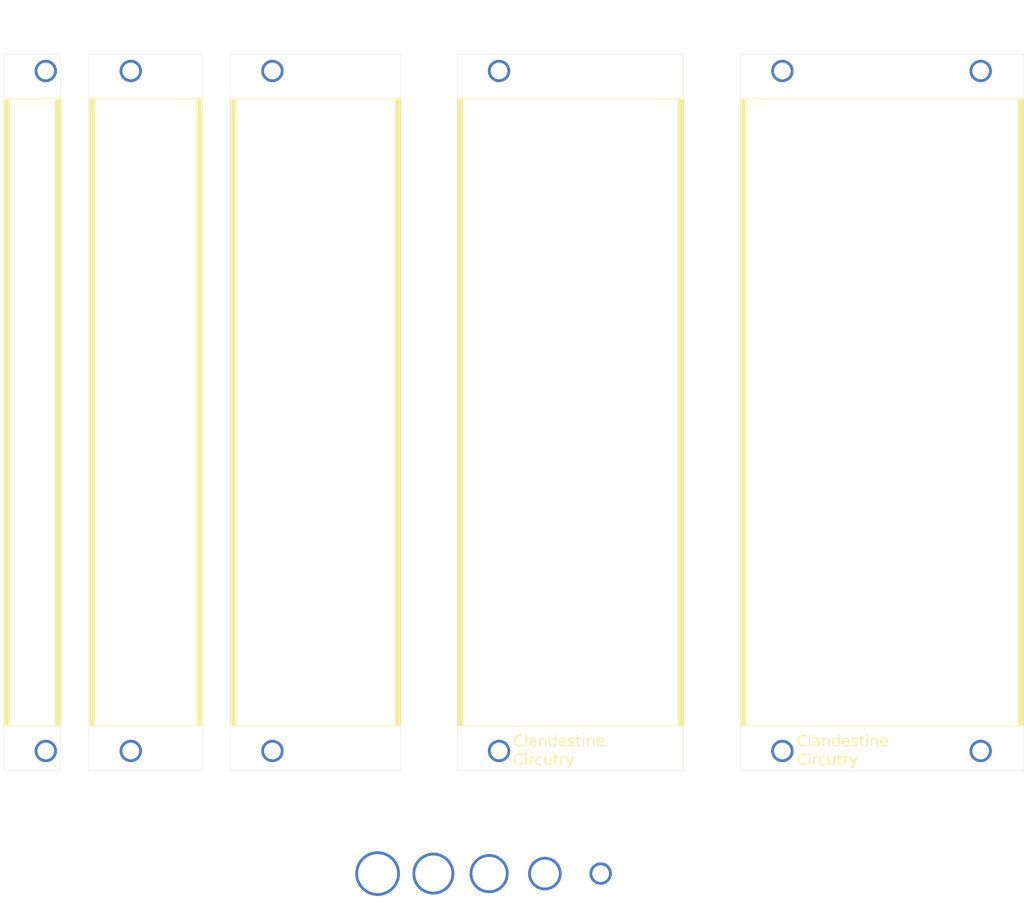
<source format=kicad_pcb>
(kicad_pcb
	(version 20240108)
	(generator "pcbnew")
	(generator_version "8.0")
	(general
		(thickness 1.6)
		(legacy_teardrops no)
	)
	(paper "A4")
	(layers
		(0 "F.Cu" signal)
		(31 "B.Cu" signal)
		(32 "B.Adhes" user "B.Adhesive")
		(33 "F.Adhes" user "F.Adhesive")
		(34 "B.Paste" user)
		(35 "F.Paste" user)
		(36 "B.SilkS" user "B.Silkscreen")
		(37 "F.SilkS" user "F.Silkscreen")
		(38 "B.Mask" user)
		(39 "F.Mask" user)
		(40 "Dwgs.User" user "User.Drawings")
		(41 "Cmts.User" user "User.Comments")
		(42 "Eco1.User" user "User.Eco1")
		(43 "Eco2.User" user "User.Eco2")
		(44 "Edge.Cuts" user)
		(45 "Margin" user)
		(46 "B.CrtYd" user "B.Courtyard")
		(47 "F.CrtYd" user "F.Courtyard")
		(48 "B.Fab" user)
		(49 "F.Fab" user)
		(50 "User.1" user)
		(51 "User.2" user)
		(52 "User.3" user)
		(53 "User.4" user)
		(54 "User.5" user)
		(55 "User.6" user)
		(56 "User.7" user)
		(57 "User.8" user)
		(58 "User.9" user)
	)
	(setup
		(pad_to_mask_clearance 0)
		(allow_soldermask_bridges_in_footprints no)
		(grid_origin 159.26 161.75)
		(pcbplotparams
			(layerselection 0x00010fc_ffffffff)
			(plot_on_all_layers_selection 0x0000000_00000000)
			(disableapertmacros no)
			(usegerberextensions no)
			(usegerberattributes yes)
			(usegerberadvancedattributes yes)
			(creategerberjobfile yes)
			(dashed_line_dash_ratio 12.000000)
			(dashed_line_gap_ratio 3.000000)
			(svgprecision 4)
			(plotframeref no)
			(viasonmask no)
			(mode 1)
			(useauxorigin no)
			(hpglpennumber 1)
			(hpglpenspeed 20)
			(hpglpendiameter 15.000000)
			(pdf_front_fp_property_popups yes)
			(pdf_back_fp_property_popups yes)
			(dxfpolygonmode yes)
			(dxfimperialunits yes)
			(dxfusepcbnewfont yes)
			(psnegative no)
			(psa4output no)
			(plotreference yes)
			(plotvalue yes)
			(plotfptext yes)
			(plotinvisibletext no)
			(sketchpadsonfab no)
			(subtractmaskfromsilk no)
			(outputformat 1)
			(mirror no)
			(drillshape 1)
			(scaleselection 1)
			(outputdirectory "")
		)
	)
	(net 0 "")
	(gr_line
		(start 100.92 44.75)
		(end 141.56 44.75)
		(stroke
			(width 0.1)
			(type default)
		)
		(layer "F.SilkS")
		(uuid "12c095c1-2aeb-430a-a517-ee5538891642")
	)
	(gr_rect
		(start 140.56 44.75)
		(end 141.56 157.25)
		(stroke
			(width 0.1)
			(type default)
		)
		(fill solid)
		(layer "F.SilkS")
		(uuid "2b06460f-d734-4314-af0a-b37fde652038")
	)
	(gr_rect
		(start 28.8 44.75)
		(end 29.8 157.25)
		(stroke
			(width 0.1)
			(type default)
		)
		(fill solid)
		(layer "F.SilkS")
		(uuid "30ae4d3c-b128-4eb3-82d3-4f8a364fc65a")
	)
	(gr_rect
		(start 19.64 44.75)
		(end 20.64 157.25)
		(stroke
			(width 0.1)
			(type default)
		)
		(fill solid)
		(layer "F.SilkS")
		(uuid "37597e64-c274-4a84-a005-dfb935d7cbd5")
	)
	(gr_line
		(start 151.72 44.75)
		(end 202.52 44.75)
		(stroke
			(width 0.1)
			(type default)
		)
		(layer "F.SilkS")
		(uuid "3da3098b-ac86-4e53-9635-ada3b1b7f089")
	)
	(gr_line
		(start 151.72 157.25)
		(end 202.52 157.25)
		(stroke
			(width 0.1)
			(type default)
		)
		(layer "F.SilkS")
		(uuid "45d1df66-e10d-4f7d-af1f-870ead884bc2")
	)
	(gr_line
		(start 100.92 157.25)
		(end 141.56 157.25)
		(stroke
			(width 0.1)
			(type default)
		)
		(layer "F.SilkS")
		(uuid "47439eb9-eda8-4f4f-9dd9-114a1337e3aa")
	)
	(gr_line
		(start 34.88 44.75)
		(end 55.2 44.75)
		(stroke
			(width 0.1)
			(type default)
		)
		(layer "F.SilkS")
		(uuid "67062505-f47a-4b67-bf5d-c4bd853bf4f6")
	)
	(gr_rect
		(start 34.89 44.75)
		(end 35.89 157.25)
		(stroke
			(width 0.1)
			(type default)
		)
		(fill solid)
		(layer "F.SilkS")
		(uuid "83e86d82-5217-4191-9fdd-fe430cad5cab")
	)
	(gr_rect
		(start 100.92 44.75)
		(end 101.92 157.25)
		(stroke
			(width 0.1)
			(type default)
		)
		(fill solid)
		(layer "F.SilkS")
		(uuid "8bf77073-f312-46a5-876e-0a56d4288fc4")
	)
	(gr_line
		(start 60.28 157.25)
		(end 90.76 157.25)
		(stroke
			(width 0.1)
			(type default)
		)
		(layer "F.SilkS")
		(uuid "8fc119e8-333c-4499-868e-a4ff3ad45799")
	)
	(gr_rect
		(start 54.2 44.75)
		(end 55.2 157.25)
		(stroke
			(width 0.1)
			(type default)
		)
		(fill solid)
		(layer "F.SilkS")
		(uuid "ad1edf75-03a7-4a8c-93ed-9413d463dc8b")
	)
	(gr_line
		(start 34.88 157.25)
		(end 55.2 157.25)
		(stroke
			(width 0.1)
			(type default)
		)
		(layer "F.SilkS")
		(uuid "af9951c8-05b2-4e2a-8fae-673f46379364")
	)
	(gr_line
		(start 60.28 44.75)
		(end 90.76 44.75)
		(stroke
			(width 0.1)
			(type default)
		)
		(layer "F.SilkS")
		(uuid "bb5defab-d1e2-4642-9db7-a030cc1575da")
	)
	(gr_rect
		(start 151.72 44.75)
		(end 152.72 157.25)
		(stroke
			(width 0.1)
			(type default)
		)
		(fill solid)
		(layer "F.SilkS")
		(uuid "becbdafd-5ab5-48ac-8762-b8337098580f")
	)
	(gr_line
		(start 19.64 157.25)
		(end 29.8 157.25)
		(stroke
			(width 0.1)
			(type default)
		)
		(layer "F.SilkS")
		(uuid "c0862804-b5b5-41c7-bb22-797866ae2382")
	)
	(gr_rect
		(start 201.52 44.75)
		(end 202.52 157.25)
		(stroke
			(width 0.1)
			(type default)
		)
		(fill solid)
		(layer "F.SilkS")
		(uuid "d1d65c2a-7462-4639-88e5-611328609ef2")
	)
	(gr_rect
		(start 60.28 44.75)
		(end 61.28 157.25)
		(stroke
			(width 0.1)
			(type default)
		)
		(fill solid)
		(layer "F.SilkS")
		(uuid "d902fa92-3d8e-4b98-8fb5-b02a7bab06cf")
	)
	(gr_rect
		(start 89.76 44.75)
		(end 90.76 157.25)
		(stroke
			(width 0.1)
			(type default)
		)
		(fill solid)
		(layer "F.SilkS")
		(uuid "de2426ff-9763-4fa0-b736-90720ac940ff")
	)
	(gr_line
		(start 19.64 44.75)
		(end 29.8 44.75)
		(stroke
			(width 0.1)
			(type default)
		)
		(layer "F.SilkS")
		(uuid "e8f99481-8197-4d5d-85ac-ef66ecf2eb2f")
	)
	(gr_rect
		(start 60.28 36.75)
		(end 90.76 165.25)
		(stroke
			(width 0.05)
			(type default)
		)
		(fill none)
		(layer "Edge.Cuts")
		(uuid "30d81fdc-c07a-4192-ab6a-e1b7195a6c0e")
	)
	(gr_rect
		(start 19.64 36.75)
		(end 29.8 165.25)
		(stroke
			(width 0.05)
			(type default)
		)
		(fill none)
		(layer "Edge.Cuts")
		(uuid "380d254c-a576-4330-a3f3-c5472814e5db")
	)
	(gr_rect
		(start 100.92 36.75)
		(end 141.56 165.25)
		(stroke
			(width 0.05)
			(type default)
		)
		(fill none)
		(layer "Edge.Cuts")
		(uuid "5524d9a1-24d9-441e-a2a3-a865770b62a4")
	)
	(gr_rect
		(start 151.72 36.75)
		(end 202.52 165.25)
		(stroke
			(width 0.05)
			(type default)
		)
		(fill none)
		(layer "Edge.Cuts")
		(uuid "bfe46301-5803-4d08-87f5-a12a7c3db766")
	)
	(gr_rect
		(start 34.88 36.75)
		(end 55.2 165.25)
		(stroke
			(width 0.05)
			(type default)
		)
		(fill none)
		(layer "Edge.Cuts")
		(uuid "cdf7d1d7-3170-4cc6-ae0f-d6b36cac0be5")
	)
	(gr_line
		(start 159.22 165.25)
		(end 194.72 157.25)
		(stroke
			(width 0.1)
			(type default)
		)
		(layer "User.6")
		(uuid "08371c22-cfd8-42b4-bc29-734474e72361")
	)
	(gr_line
		(start 29.8 165.25)
		(end 19.64 36.75)
		(stroke
			(width 0.1)
			(type default)
		)
		(layer "User.6")
		(uuid "0c3c4841-320f-4496-b814-7b624e5b0119")
	)
	(gr_circle
		(center 67.76 161.75)
		(end 65.26 161.75)
		(stroke
			(width 0.1)
			(type default)
		)
		(fill none)
		(layer "User.6")
		(uuid "0df9fc9c-06be-4ce9-8be2-50470fad772f")
	)
	(gr_line
		(start 90.76 36.75)
		(end 60.28 165.25)
		(stroke
			(width 0.1)
			(type default)
		)
		(layer "User.6")
		(uuid "199b8073-d7a0-4025-a473-a77750528911")
	)
	(gr_circle
		(center 108.42 161.75)
		(end 105.92 161.75)
		(stroke
			(width 0.1)
			(type default)
		)
		(fill none)
		(layer "User.6")
		(uuid "469a8c9f-70fe-4d59-90b5-01bbae09aa1e")
	)
	(gr_line
		(start 151.72 36.75)
		(end 202.52 165.25)
		(stroke
			(width 0.1)
			(type default)
		)
		(layer "User.6")
		(uuid "48e2b7dd-f04f-4a5f-a209-f91fa5c62a8c")
	)
	(gr_line
		(start 19.64 165.25)
		(end 29.8 36.75)
		(stroke
			(width 0.1)
			(type default)
		)
		(layer "User.6")
		(uuid "4a0346bb-ce29-4a2d-95f0-8b5dd2ca2209")
	)
	(gr_line
		(start 108.42 36.75)
		(end 141.56 44.75)
		(stroke
			(width 0.1)
			(type default)
		)
		(layer "User.6")
		(uuid "53e89607-6b9c-40f1-a745-2e51b3eace07")
	)
	(gr_circle
		(center 194.78 39.75)
		(end 194.28 41.5)
		(stroke
			(width 0.1)
			(type default)
		)
		(fill none)
		(layer "User.6")
		(uuid "5a407728-41d1-40e9-b832-7df61757ae50")
	)
	(gr_line
		(start 141.56 36.75)
		(end 100.92 165.25)
		(stroke
			(width 0.1)
			(type default)
		)
		(layer "User.6")
		(uuid "5f523d9c-b764-44e9-9b41-61b04fa88e8e")
	)
	(gr_line
		(start 100.92 36.75)
		(end 141.56 165.25)
		(stroke
			(width 0.1)
			(type default)
		)
		(layer "User.6")
		(uuid "6e45183e-c34e-4e7a-a365-5e520561c7a5")
	)
	(gr_line
		(start 108.42 157.25)
		(end 141.56 165.25)
		(stroke
			(width 0.1)
			(type default)
		)
		(layer "User.6")
		(uuid "6fd394f7-0393-4ade-8592-7584342282a2")
	)
	(gr_line
		(start 159.22 44.75)
		(end 194.78 36.75)
		(stroke
			(width 0.1)
			(type default)
		)
		(layer "User.6")
		(uuid "76896063-10df-4325-a51d-dd5e32a806c6")
	)
	(gr_line
		(start 151.72 157.25)
		(end 202.52 165.25)
		(stroke
			(width 0.1)
			(type default)
		)
		(layer "User.6")
		(uuid "81693823-9c7e-4686-af38-c06ff43816df")
	)
	(gr_line
		(start 34.88 36.75)
		(end 55.2 165.25)
		(stroke
			(width 0.1)
			(type default)
		)
		(layer "User.6")
		(uuid "92f7de72-0a18-4827-b4d9-5b3e07c3eeb1")
	)
	(gr_line
		(start 60.28 36.75)
		(end 90.76 165.25)
		(stroke
			(width 0.1)
			(type default)
		)
		(layer "User.6")
		(uuid "a0b79ded-6c06-4dd5-90f3-09407eeda5df")
	)
	(gr_circle
		(center 159.26 161.75)
		(end 156.76 161.75)
		(stroke
			(width 0.1)
			(type default)
		)
		(fill none)
		(layer "User.6")
		(uuid "a83246c4-99cd-443b-982a-39dce7ca233a")
	)
	(gr_line
		(start 202.52 157.25)
		(end 151.72 165.25)
		(stroke
			(width 0.1)
			(type default)
		)
		(layer "User.6")
		(uuid "ab198390-b3ef-48db-8c95-43db5e14c20a")
	)
	(gr_line
		(start 141.56 36.75)
		(end 108.42 44.75)
		(stroke
			(width 0.1)
			(type default)
		)
		(layer "User.6")
		(uuid "b03d0ff6-860f-4dba-a4bf-b968eb7c63a6")
	)
	(gr_line
		(start 90.76 157.25)
		(end 67.76 165.25)
		(stroke
			(width 0.1)
			(type default)
		)
		(layer "User.6")
		(uuid "b2ba49f6-4a9a-4956-9747-624bf98e4349")
	)
	(gr_line
		(start 194.78 44.75)
		(end 159.22 36.75)
		(stroke
			(width 0.1)
			(type default)
		)
		(layer "User.6")
		(uuid "c77b2c31-b41e-46c7-b21b-1f59df94776b")
	)
	(gr_circle
		(center 42.38 161.75)
		(end 39.88 161.75)
		(stroke
			(width 0.1)
			(type default)
		)
		(fill none)
		(layer "User.6")
		(uuid "c9540968-ff8b-40ab-bcd4-e0284c44343b")
	)
	(gr_circle
		(center 27.14 161.75)
		(end 24.64 161.75)
		(stroke
			(width 0.1)
			(type default)
		)
		(fill none)
		(layer "User.6")
		(uuid "d048225f-de2d-4eb2-929f-6b7d0be6ecf3")
	)
	(gr_line
		(start 202.52 36.75)
		(end 151.72 165.25)
		(stroke
			(width 0.1)
			(type default)
		)
		(layer "User.6")
		(uuid "d2e26b52-e0a5-4ccc-beb5-88f746c0ce8d")
	)
	(gr_line
		(start 90.76 165.25)
		(end 67.76 157.25)
		(stroke
			(width 0.1)
			(type default)
		)
		(layer "User.6")
		(uuid "e4a99924-450d-49df-bc62-2f74da79bb75")
	)
	(gr_line
		(start 108.42 165.25)
		(end 141.56 157.25)
		(stroke
			(width 0.1)
			(type default)
		)
		(layer "User.6")
		(uuid "e50774c5-ee3d-47c9-b91c-a8e0a27260ad")
	)
	(gr_circle
		(center 194.82 161.75)
		(end 192.32 161.75)
		(stroke
			(width 0.1)
			(type default)
		)
		(fill none)
		(layer "User.6")
		(uuid "e62c2f6e-0819-4fc1-b40b-996224c95f9c")
	)
	(gr_line
		(start 55.2 36.75)
		(end 34.88 165.25)
		(stroke
			(width 0.1)
			(type default)
		)
		(layer "User.6")
		(uuid "ec2b7ab6-ad4f-4177-88ce-43a527037aa1")
	)
	(gr_line
		(start 194.72 165.25)
		(end 159.22 157.25)
		(stroke
			(width 0.1)
			(type default)
		)
		(layer "User.6")
		(uuid "fba9c128-7263-4ed3-9705-2e732d97f1a5")
	)
	(gr_text "Clandestine\nCircutry"
		(at 161.76 161.75 0)
		(layer "F.SilkS")
		(uuid "0e8db222-a66f-43ab-a0d7-d7b770e91479")
		(effects
			(font
				(face "Dune Rise")
				(size 2 2)
				(thickness 0.15)
			)
			(justify left)
		)
		(render_cache "Clandestine\nCircutry" 0
			(polygon
				(pts
					(xy 162.370607 160.57076) (xy 162.293441 160.486298) (xy 162.226564 160.397531) (xy 162.169976 160.304459)
					(xy 162.123677 160.207083) (xy 162.087667 160.105401) (xy 162.061945 159.999415) (xy 162.046512 159.889124)
					(xy 162.041367 159.774528) (xy 162.046512 159.659933) (xy 162.061945 159.549642) (xy 162.087667 159.443656)
					(xy 162.123677 159.341974) (xy 162.169976 159.244598) (xy 162.226564 159.151526) (xy 162.293441 159.062759)
					(xy 162.370607 158.978297) (xy 162.455069 158.901131) (xy 162.543836 158.834255) (xy 162.636908 158.777667)
					(xy 162.734284 158.731367) (xy 162.835966 158.695357) (xy 162.941952 158.669635) (xy 163.052243 158.654202)
					(xy 163.166838 158.649057) (xy 164.292309 158.649057) (xy 164.292309 158.837613) (xy 163.166838 158.837613)
					(xy 163.057865 158.84362) (xy 162.952351 158.861642) (xy 162.850297 158.891679) (xy 162.751702 158.93373)
					(xy 162.696915 158.963154) (xy 162.606588 159.022259) (xy 162.524957 159.090152) (xy 162.452021 159.166835)
					(xy 162.38778 159.252307) (xy 162.354975 159.305094) (xy 162.306249 159.401521) (xy 162.26949 159.501455)
					(xy 162.244699 159.604896) (xy 162.231877 159.711842) (xy 162.229923 159.774528) (xy 162.235907 159.883502)
					(xy 162.253859 159.989016) (xy 162.283778 160.09107) (xy 162.325666 160.189665) (xy 162.354975 160.244452)
					(xy 162.414247 160.334779) (xy 162.482214 160.41641) (xy 162.558877 160.489346) (xy 162.644235 160.553587)
					(xy 162.696915 160.586392) (xy 162.793533 160.635118) (xy 162.893611 160.671877) (xy 162.997148 160.696667)
					(xy 163.104144 160.70949) (xy 163.166838 160.711444) (xy 164.292309 160.711444) (xy 164.292309 160.9)
					(xy 163.166838 160.9) (xy 163.052243 160.894855) (xy 162.941952 160.879422) (xy 162.835966 160.8537)
					(xy 162.734284 160.81769) (xy 162.636908 160.77139) (xy 162.543836 160.714802) (xy 162.455069 160.647926)
				)
			)
			(polygon
				(pts
					(xy 166.481702 160.711444) (xy 166.923293 160.711444) (xy 167.092309 160.711444) (xy 167.092309 160.9)
					(xy 166.481702 160.9) (xy 164.841367 160.9) (xy 164.841367 160.753454) (xy 164.841367 160.711444)
					(xy 164.841367 158.649057) (xy 165.029923 158.649057) (xy 165.029923 160.711444)
				)
			)
			(polygon
				(pts
					(xy 167.641367 160.9) (xy 168.907522 158.649057) (xy 170.170746 160.9) (xy 169.940181 160.9) (xy 168.907522 159.056943)
					(xy 167.871933 160.9)
				)
			)
			(polygon
				(pts
					(xy 171.046113 158.978297) (xy 171.130575 158.901131) (xy 171.219342 158.834255) (xy 171.312414 158.777667)
					(xy 171.40979 158.731367) (xy 171.511471 158.695357) (xy 171.617458 158.669635) (xy 171.727749 158.654202)
					(xy 171.842344 158.649057) (xy 171.95694 158.654202) (xy 172.067231 158.669635) (xy 172.173217 158.695357)
					(xy 172.274898 158.731367) (xy 172.372275 158.777667) (xy 172.465347 158.834255) (xy 172.554114 158.901131)
					(xy 172.638576 158.978297) (xy 172.715741 159.062759) (xy 172.782618 159.151526) (xy 172.839206 159.244598)
					(xy 172.885505 159.341974) (xy 172.921516 159.443656) (xy 172.947238 159.549642) (xy 172.962671 159.659933)
					(xy 172.967815 159.774528) (xy 172.967815 160.9) (xy 172.77926 160.9) (xy 172.77926 159.774528)
					(xy 172.773252 159.665579) (xy 172.75523 159.560135) (xy 172.725194 159.458197) (xy 172.683143 159.359766)
					(xy 172.653719 159.305094) (xy 172.594614 159.2146) (xy 172.52672 159.132895) (xy 172.450038 159.059979)
					(xy 172.364566 158.995852) (xy 172.311779 158.963154) (xy 172.215351 158.914237) (xy 172.115417 158.877335)
					(xy 172.011977 158.852447) (xy 171.905031 158.839574) (xy 171.842344 158.837613) (xy 171.733371 158.84362)
					(xy 171.627857 158.861642) (xy 171.525803 158.891679) (xy 171.427208 158.93373) (xy 171.372421 158.963154)
					(xy 171.282094 159.022259) (xy 171.200463 159.090152) (xy 171.127527 159.166835) (xy 171.063286 159.252307)
					(xy 171.030481 159.305094) (xy 170.981755 159.401521) (xy 170.944996 159.501455) (xy 170.920205 159.604896)
					(xy 170.907383 159.711842) (xy 170.905429 159.774528) (xy 170.905429 160.9) (xy 170.716873 160.9)
					(xy 170.716873 159.774528) (xy 170.722018 159.659933) (xy 170.737451 159.549642) (xy 170.763172 159.443656)
					(xy 170.799183 159.341974) (xy 170.845482 159.244598) (xy 170.90207 159.151526) (xy 170.968947 159.062759)
				)
			)
			(polygon
				(pts
					(xy 174.642344 158.649057) (xy 174.75694 158.654202) (xy 174.867231 158.669635) (xy 174.973217 158.695357)
					(xy 175.074898 158.731367) (xy 175.172275 158.777667) (xy 175.265347 158.834255) (xy 175.354114 158.901131)
					(xy 175.438576 158.978297) (xy 175.515741 159.062759) (xy 175.582618 159.151526) (xy 175.639206 159.244598)
					(xy 175.685505 159.341974) (xy 175.721516 159.443656) (xy 175.747238 159.549642) (xy 175.762671 159.659933)
					(xy 175.767815 159.774528) (xy 175.762671 159.889124) (xy 175.747238 159.999415) (xy 175.721516 160.105401)
					(xy 175.685505 160.207083) (xy 175.639206 160.304459) (xy 175.582618 160.397531) (xy 175.515741 160.486298)
					(xy 175.438576 160.57076) (xy 175.354114 160.647926) (xy 175.265347 160.714802) (xy 175.172275 160.77139)
					(xy 175.074898 160.81769) (xy 174.973217 160.8537) (xy 174.867231 160.879422) (xy 174.75694 160.894855)
					(xy 174.642344 160.9) (xy 173.516873 160.9) (xy 173.516873 159.678785) (xy 173.705429 159.678785)
					(xy 173.705429 160.711444) (xy 174.642344 160.711444) (xy 174.751294 160.70546) (xy 174.856738 160.687508)
					(xy 174.958675 160.657588) (xy 175.057107 160.615701) (xy 175.111779 160.586392) (xy 175.202273 160.52712)
					(xy 175.283978 160.459153) (xy 175.356894 160.38249) (xy 175.421021 160.297132) (xy 175.453719 160.244452)
					(xy 175.502636 160.147834) (xy 175.539538 160.047756) (xy 175.564425 159.944219) (xy 175.577298 159.837223)
					(xy 175.57926 159.774528) (xy 175.573252 159.665579) (xy 175.55523 159.560135) (xy 175.525194 159.458197)
					(xy 175.483143 159.359766) (xy 175.453719 159.305094) (xy 175.394614 159.2146) (xy 175.32672 159.132895)
					(xy 175.250038 159.059979) (xy 175.164566 158.995852) (xy 175.111779 158.963154) (xy 175.015351 158.914237)
					(xy 174.915417 158.877335) (xy 174.811977 158.852447) (xy 174.705031 158.839574) (xy 174.642344 158.837613)
					(xy 173.516873 158.837613) (xy 173.516873 158.649057)
				)
			)
			(polygon
				(pts
					(xy 176.646113 160.57076) (xy 176.568947 160.486298) (xy 176.50207 160.397531) (xy 176.445482 160.304459)
					(xy 176.399183 160.207083) (xy 176.363172 160.105401) (xy 176.337451 159.999415) (xy 176.322018 159.889124)
					(xy 176.316873 159.774528) (xy 176.322018 159.659933) (xy 176.337451 159.549642) (xy 176.363172 159.443656)
					(xy 176.399183 159.341974) (xy 176.445482 159.244598) (xy 176.50207 159.151526) (xy 176.568947 159.062759)
					(xy 176.646113 158.978297) (xy 176.730575 158.901131) (xy 176.819342 158.834255) (xy 176.912414 158.777667)
					(xy 177.00979 158.731367) (xy 177.111471 158.695357) (xy 177.217458 158.669635) (xy 177.327749 158.654202)
					(xy 177.442344 158.649057) (xy 178.567815 158.649057) (xy 178.567815 158.837613) (xy 177.442344 158.837613)
					(xy 177.331285 158.843552) (xy 177.224949 158.861369) (xy 177.123335 158.891065) (xy 177.026444 158.932639)
					(xy 176.934276 158.986091) (xy 176.846831 159.051421) (xy 176.813175 159.080879) (xy 176.735725 159.159618)
					(xy 176.669463 159.243796) (xy 176.614386 159.333413) (xy 176.570496 159.428467) (xy 176.537793 159.528959)
					(xy 176.516276 159.63489) (xy 176.510802 159.678785) (xy 178.567815 159.678785) (xy 178.567815 159.870272)
					(xy 176.510802 159.870272) (xy 176.527844 159.978378) (xy 176.556073 160.081046) (xy 176.595488 160.178275)
					(xy 176.64609 160.270067) (xy 176.707878 160.35642) (xy 176.780853 160.437335) (xy 176.813175 160.468178)
					(xy 176.898731 160.53826) (xy 176.98901 160.596463) (xy 177.084012 160.642788) (xy 177.183737 160.677235)
					(xy 177.288184 160.699803) (xy 177.397354 160.710494) (xy 177.442344 160.711444) (xy 178.567815 160.711444)
					(xy 178.567815 160.9) (xy 177.442344 160.9) (xy 177.327749 160.894855) (xy 177.217458 160.879422)
					(xy 177.111471 160.8537) (xy 177.00979 160.81769) (xy 176.912414 160.77139) (xy 176.819342 160.714802)
					(xy 176.730575 160.647926)
				)
			)
			(polygon
				(pts
					(xy 179.72748 158.649057) (xy 181.367815 158.649057) (xy 181.367815 158.837613) (xy 179.72748 158.837613)
					(xy 179.6234 158.84973) (xy 179.529147 158.88608) (xy 179.444722 158.946664) (xy 179.429016 158.961688)
					(xy 179.363843 159.043891) (xy 179.322808 159.136017) (xy 179.305911 159.238064) (xy 179.305429 159.259665)
					(xy 179.317498 159.363601) (xy 179.353705 159.457425) (xy 179.41405 159.541135) (xy 179.429016 159.556664)
					(xy 179.511476 159.621064) (xy 179.603764 159.661612) (xy 179.705878 159.678308) (xy 179.72748 159.678785)
					(xy 180.757208 159.678785) (xy 180.864358 159.68734) (xy 180.964402 159.713006) (xy 181.057341 159.755782)
					(xy 181.143173 159.815668) (xy 181.18903 159.857571) (xy 181.258693 159.939343) (xy 181.311246 160.02822)
					(xy 181.346689 160.124204) (xy 181.365022 160.227294) (xy 181.367815 160.289392) (xy 181.35926 160.396542)
					(xy 181.333595 160.496587) (xy 181.290819 160.589525) (xy 181.230932 160.675357) (xy 181.18903 160.721214)
					(xy 181.107258 160.790877) (xy 181.01838 160.843431) (xy 180.922396 160.878873) (xy 180.819307 160.897206)
					(xy 180.757208 160.9) (xy 179.116873 160.9) (xy 179.116873 160.711444) (xy 180.757208 160.711444)
					(xy 180.86124 160.699375) (xy 180.95535 160.663168) (xy 181.039538 160.602823) (xy 181.055184 160.587857)
					(xy 181.120615 160.505397) (xy 181.161812 160.413109) (xy 181.178775 160.310995) (xy 181.17926 160.289392)
					(xy 181.167143 160.185503) (xy 181.130793 160.091823) (xy 181.070209 160.008351) (xy 181.055184 159.992882)
					(xy 180.972981 159.928224) (xy 180.880856 159.887514) (xy 180.778808 159.870751) (xy 180.757208 159.870272)
					(xy 179.72748 159.870272) (xy 179.62033 159.861716) (xy 179.520286 159.836051) (xy 179.427348 159.793275)
					(xy 179.341516 159.733389) (xy 179.295659 159.691486) (xy 179.225995 159.609714) (xy 179.173442 159.520836)
					(xy 179.137999 159.424853) (xy 179.119667 159.321763) (xy 179.116873 159.259665) (xy 179.125428 159.152514)
					(xy 179.151094 159.05247) (xy 179.19387 158.959532) (xy 179.253756 158.8737) (xy 179.295659 158.827843)
					(xy 179.377431 158.75818) (xy 179.466308 158.705626) (xy 179.562292 158.670183) (xy 179.665382 158.651851)
				)
			)
			(polygon
				(pts
					(xy 181.916873 158.837613) (xy 181.916873 158.649057) (xy 184.167815 158.649057) (xy 184.167815 158.837613)
					(xy 183.138087 158.837613) (xy 183.138087 160.9) (xy 182.946601 160.9) (xy 182.946601 158.837613)
				)
			)
			(polygon
				(pts
					(xy 185.28254 158.837613) (xy 185.093984 158.837613) (xy 185.093984 160.711444) (xy 185.28254 160.711444)
					(xy 185.28254 160.9) (xy 184.716873 160.9) (xy 184.716873 160.711444) (xy 184.905429 160.711444)
					(xy 184.905429 158.837613) (xy 184.716873 158.837613) (xy 184.716873 158.649057) (xy 185.28254 158.649057)
				)
			)
			(polygon
				(pts
					(xy 186.167676 158.978297) (xy 186.252138 158.901131) (xy 186.340905 158.834255) (xy 186.433977 158.777667)
					(xy 186.531353 158.731367) (xy 186.633035 158.695357) (xy 186.739021 158.669635) (xy 186.849312 158.654202)
					(xy 186.963907 158.649057) (xy 187.078503 158.654202) (xy 187.188794 158.669635) (xy 187.29478 158.695357)
					(xy 187.396461 158.731367) (xy 187.493838 158.777667) (xy 187.58691 158.834255) (xy 187.675677 158.901131)
					(xy 187.760139 158.978297) (xy 187.837305 159.062759) (xy 187.904181 159.151526) (xy 187.960769 159.244598)
					(xy 188.007069 159.341974) (xy 188.043079 159.443656) (xy 188.068801 159.549642) (xy 188.084234 159.659933)
					(xy 188.089378 159.774528) (xy 188.089378 160.9) (xy 187.900823 160.9) (xy 187.900823 159.774528)
					(xy 187.894816 159.665579) (xy 187.876794 159.560135) (xy 187.846757 159.458197) (xy 187.804706 159.359766)
					(xy 187.775282 159.305094) (xy 187.716177 159.2146) (xy 187.648283 159.132895) (xy 187.571601 159.059979)
					(xy 187.486129 158.995852) (xy 187.433342 158.963154) (xy 187.336914 158.914237) (xy 187.23698 158.877335)
					(xy 187.13354 158.852447) (xy 187.026594 158.839574) (xy 186.963907 158.837613) (xy 186.854934 158.84362)
					(xy 186.74942 158.861642) (xy 186.647366 158.891679) (xy 186.548771 158.93373) (xy 186.493984 158.963154)
					(xy 186.403657 159.022259) (xy 186.322026 159.090152) (xy 186.24909 159.166835) (xy 186.184849 159.252307)
					(xy 186.152044 159.305094) (xy 186.103318 159.401521) (xy 186.066559 159.501455) (xy 186.041769 159.604896)
					(xy 186.028946 159.711842) (xy 186.026992 159.774528) (xy 186.026992 160.9) (xy 185.838436 160.9)
					(xy 185.838436 159.774528) (xy 185.843581 159.659933) (xy 185.859014 159.549642) (xy 185.884736 159.443656)
					(xy 185.920746 159.341974) (xy 185.967045 159.244598) (xy 186.023633 159.151526) (xy 186.09051 159.062759)
				)
			)
			(polygon
				(pts
					(xy 188.967676 160.57076) (xy 188.89051 160.486298) (xy 188.823633 160.397531) (xy 188.767045 160.304459)
					(xy 188.720746 160.207083) (xy 188.684736 160.105401) (xy 188.659014 159.999415) (xy 188.643581 159.889124)
					(xy 188.638436 159.774528) (xy 188.643581 159.659933) (xy 188.659014 159.549642) (xy 188.684736 159.443656)
					(xy 188.720746 159.341974) (xy 188.767045 159.244598) (xy 188.823633 159.151526) (xy 188.89051 159.062759)
					(xy 188.967676 158.978297) (xy 189.052138 158.901131) (xy 189.140905 158.834255) (xy 189.233977 158.777667)
					(xy 189.331353 158.731367) (xy 189.433035 158.695357) (xy 189.539021 158.669635) (xy 189.649312 158.654202)
					(xy 189.763907 158.649057) (xy 190.889378 158.649057) (xy 190.889378 158.837613) (xy 189.763907 158.837613)
					(xy 189.652848 158.843552) (xy 189.546512 158.861369) (xy 189.444899 158.891065) (xy 189.348008 158.932639)
					(xy 189.255839 158.986091) (xy 189.168394 159.051421) (xy 189.134738 159.080879) (xy 189.057288 159.159618)
					(xy 188.991026 159.243796) (xy 188.935949 159.333413) (xy 188.89206 159.428467) (xy 188.859356 159.528959)
					(xy 188.83784 159.63489) (xy 188.832365 159.678785) (xy 190.889378 159.678785) (xy 190.889378 159.870272)
					(xy 188.832365 159.870272) (xy 188.849407 159.978378) (xy 188.877636 160.081046) (xy 188.917051 160.178275)
					(xy 188.967653 160.270067) (xy 189.029441 160.35642) (xy 189.102416 160.437335) (xy 189.134738 160.468178)
					(xy 189.220294 160.53826) (xy 189.310574 160.596463) (xy 189.405575 160.642788) (xy 189.5053 160.677235)
					(xy 189.609747 160.699803) (xy 189.718917 160.710494) (xy 189.763907 160.711444) (xy 190.889378 160.711444)
					(xy 190.889378 160.9) (xy 189.763907 160.9) (xy 189.649312 160.894855) (xy 189.539021 160.879422)
					(xy 189.433035 160.8537) (xy 189.331353 160.81769) (xy 189.233977 160.77139) (xy 189.140905 160.714802)
					(xy 189.052138 160.647926)
				)
			)
			(polygon
				(pts
					(xy 162.370607 163.93076) (xy 162.293441 163.846298) (xy 162.226564 163.757531) (xy 162.169976 163.664459)
					(xy 162.123677 163.567083) (xy 162.087667 163.465401) (xy 162.061945 163.359415) (xy 162.046512 163.249124)
					(xy 162.041367 163.134528) (xy 162.046512 163.019933) (xy 162.061945 162.909642) (xy 162.087667 162.803656)
					(xy 162.123677 162.701974) (xy 162.169976 162.604598) (xy 162.226564 162.511526) (xy 162.293441 162.422759)
					(xy 162.370607 162.338297) (xy 162.455069 162.261131) (xy 162.543836 162.194255) (xy 162.636908 162.137667)
					(xy 162.734284 162.091367) (xy 162.835966 162.055357) (xy 162.941952 162.029635) (xy 163.052243 162.014202)
					(xy 163.166838 162.009057) (xy 164.292309 162.009057) (xy 164.292309 162.197613) (xy 163.166838 162.197613)
					(xy 163.057865 162.20362) (xy 162.952351 162.221642) (xy 162.850297 162.251679) (xy 162.751702 162.29373)
					(xy 162.696915 162.323154) (xy 162.606588 162.382259) (xy 162.524957 162.450152) (xy 162.452021 162.526835)
					(xy 162.38778 162.612307) (xy 162.354975 162.665094) (xy 162.306249 162.761521) (xy 162.26949 162.861455)
					(xy 162.244699 162.964896) (xy 162.231877 163.071842) (xy 162.229923 163.134528) (xy 162.235907 163.243502)
					(xy 162.253859 163.349016) (xy 162.283778 163.45107) (xy 162.325666 163.549665) (xy 162.354975 163.604452)
					(xy 162.414247 163.694779) (xy 162.482214 163.77641) (xy 162.558877 163.849346) (xy 162.644235 163.913587)
					(xy 162.696915 163.946392) (xy 162.793533 163.995118) (xy 162.893611 164.031877) (xy 162.997148 164.056667)
					(xy 163.104144 164.06949) (xy 163.166838 164.071444) (xy 164.292309 164.071444) (xy 164.292309 164.26)
					(xy 163.166838 164.26) (xy 163.052243 164.254855) (xy 162.941952 164.239422) (xy 162.835966 164.2137)
					(xy 162.734284 164.17769) (xy 162.636908 164.13139) (xy 162.543836 164.074802) (xy 162.455069 164.007926)
				)
			)
			(polygon
				(pts
					(xy 165.407034 162.197613) (xy 165.218478 162.197613) (xy 165.218478 164.071444) (xy 165.407034 164.071444)
					(xy 165.407034 164.26) (xy 164.841367 164.26) (xy 164.841367 164.071444) (xy 165.029923 164.071444)
					(xy 165.029923 162.197613) (xy 164.841367 162.197613) (xy 164.841367 162.009057) (xy 165.407034 162.009057)
				)
			)
			(polygon
				(pts
					(xy 167.710415 162.017613) (xy 167.81046 162.043278) (xy 167.903398 162.086054) (xy 167.98923 162.14594)
					(xy 168.035087 162.187843) (xy 168.10475 162.269615) (xy 168.157304 162.358493) (xy 168.192746 162.454476)
					(xy 168.211079 162.557566) (xy 168.213872 162.619665) (xy 168.206288 162.717514) (xy 168.180423 162.81986)
					(xy 168.136203 162.916664) (xy 168.076965 163.003897) (xy 168.005375 163.0782) (xy 167.929574 163.134528)
					(xy 168.012394 163.197135) (xy 168.082861 163.272787) (xy 168.136203 163.352882) (xy 168.180423 163.449408)
					(xy 168.206288 163.55159) (xy 168.213872 163.649392) (xy 168.213872 164.26) (xy 168.025317 164.26)
					(xy 168.025317 163.649392) (xy 168.0132 163.545503) (xy 167.97685 163.451823) (xy 167.916266 163.368351)
					(xy 167.901242 163.352882) (xy 167.819039 163.288224) (xy 167.726913 163.247514) (xy 167.624866 163.230751)
					(xy 167.603265 163.230272) (xy 166.151486 163.230272) (xy 166.151486 164.26) (xy 165.96293 164.26)
					(xy 165.96293 163.038785) (xy 166.151486 163.038785) (xy 167.603265 163.038785) (xy 167.707298 163.026859)
					(xy 167.801407 162.991082) (xy 167.885595 162.931452) (xy 167.901242 162.916664) (xy 167.966672 162.834976)
					(xy 168.007869 162.743175) (xy 168.024832 162.641261) (xy 168.025317 162.619665) (xy 168.0132 162.515632)
					(xy 167.97685 162.421523) (xy 167.916266 162.337335) (xy 167.901242 162.321688) (xy 167.819039 162.256258)
					(xy 167.726913 162.215061) (xy 167.624866 162.198098) (xy 167.603265 162.197613) (xy 166.151486 162.197613)
					(xy 166.151486 163.038785) (xy 165.96293 163.038785) (xy 165.96293 162.009057) (xy 167.603265 162.009057)
				)
			)
			(polygon
				(pts
					(xy 169.09217 163.93076) (xy 169.015004 163.846298) (xy 168.948128 163.757531) (xy 168.89154 163.664459)
					(xy 168.84524 163.567083) (xy 168.80923 163.465401) (xy 168.783508 163.359415) (xy 168.768075 163.249124)
					(xy 168.76293 163.134528) (xy 168.768075 163.019933) (xy 168.783508 162.909642) (xy 168.80923 162.803656)
					(xy 168.84524 162.701974) (xy 168.89154 162.604598) (xy 168.948128 162.511526) (xy 169.015004 162.422759)
					(xy 169.09217 162.338297) (xy 169.176632 162.261131) (xy 169.265399 162.194255) (xy 169.358471 162.137667)
					(xy 169.455847 162.091367) (xy 169.557529 162.055357) (xy 169.663515 162.029635) (xy 169.773806 162.014202)
					(xy 169.888401 162.009057) (xy 171.013872 162.009057) (xy 171.013872 162.197613) (xy 169.888401 162.197613)
					(xy 169.779428 162.20362) (xy 169.673914 162.221642) (xy 169.57186 162.251679) (xy 169.473265 162.29373)
					(xy 169.418478 162.323154) (xy 169.328151 162.382259) (xy 169.24652 162.450152) (xy 169.173584 162.526835)
					(xy 169.109343 162.612307) (xy 169.076538 162.665094) (xy 169.027812 162.761521) (xy 168.991053 162.861455)
					(xy 168.966263 162.964896) (xy 168.95344 163.071842) (xy 168.951486 163.134528) (xy 168.95747 163.243502)
					(xy 168.975422 163.349016) (xy 169.005341 163.45107) (xy 169.047229 163.549665) (xy 169.076538 163.604452)
					(xy 169.13581 163.694779) (xy 169.203777 163.77641) (xy 169.28044 163.849346) (xy 169.365798 163.913587)
					(xy 169.418478 163.946392) (xy 169.515096 163.995118) (xy 169.615174 164.031877) (xy 169.718711 164.056667)
					(xy 169.825707 164.06949) (xy 169.888401 164.071444) (xy 171.013872 164.071444) (xy 171.013872 164.26)
					(xy 169.888401 164.26) (xy 169.773806 164.254855) (xy 169.663515 164.239422) (xy 169.557529 164.2137)
					(xy 169.455847 164.17769) (xy 169.358471 164.13139) (xy 169.265399 164.074802) (xy 169.176632 164.007926)
				)
			)
			(polygon
				(pts
					(xy 173.625317 163.134528) (xy 173.625317 162.009057) (xy 173.813872 162.009057) (xy 173.813872 163.134528)
					(xy 173.808728 163.249124) (xy 173.793295 163.359415) (xy 173.767573 163.465401) (xy 173.731563 163.567083)
					(xy 173.685263 163.664459) (xy 173.628675 163.757531) (xy 173.561799 163.846298) (xy 173.484633 163.93076)
					(xy 173.400171 164.007926) (xy 173.311404 164.074802) (xy 173.218332 164.13139) (xy 173.120956 164.17769)
					(xy 173.019274 164.2137) (xy 172.913288 164.239422) (xy 172.802997 164.254855) (xy 172.688401 164.26)
					(xy 172.573806 164.254855) (xy 172.463515 164.239422) (xy 172.357529 164.2137) (xy 172.255847 164.17769)
					(xy 172.158471 164.13139) (xy 172.065399 164.074802) (xy 171.976632 164.007926) (xy 171.89217 163.93076)
					(xy 171.815004 163.846298) (xy 171.748128 163.757531) (xy 171.69154 163.664459) (xy 171.64524 163.567083)
					(xy 171.60923 163.465401) (xy 171.583508 163.359415) (xy 171.568075 163.249124) (xy 171.56293 163.134528)
					(xy 171.56293 162.009057) (xy 171.751486 162.009057) (xy 171.751486 163.134528) (xy 171.75747 163.243502)
					(xy 171.775422 163.349016) (xy 171.805341 163.45107) (xy 171.847229 163.549665) (xy 171.876538 163.604452)
					(xy 171.93581 163.694779) (xy 172.003777 163.77641) (xy 172.08044 163.849346) (xy 172.165798 163.913587)
					(xy 172.218478 163.946392) (xy 172.315096 163.995118) (xy 172.415174 164.031877) (xy 172.518711 164.056667)
					(xy 172.625707 164.06949) (xy 172.688401 164.071444) (xy 172.797351 164.06546) (xy 172.902795 164.047508)
					(xy 173.004733 164.017588) (xy 173.103164 163.975701) (xy 173.157836 163.946392) (xy 173.24833 163.88712)
					(xy 173.330035 163.819153) (xy 173.402951 163.74249) (xy 173.467078 163.657132) (xy 173.499776 163.604452)
					(xy 173.548693 163.507834) (xy 173.585595 163.407756) (xy 173.610483 163.304219) (xy 173.623355 163.197223)
				)
			)
			(polygon
				(pts
					(xy 174.36293 162.197613) (xy 174.36293 162.009057) (xy 176.613872 162.009057) (xy 176.613872 162.197613)
					(xy 175.584145 162.197613) (xy 175.584145 164.26) (xy 175.392658 164.26) (xy 175.392658 162.197613)
				)
			)
			(polygon
				(pts
					(xy 178.910415 162.017613) (xy 179.01046 162.043278) (xy 179.103398 162.086054) (xy 179.18923 162.14594)
					(xy 179.235087 162.187843) (xy 179.30475 162.269615) (xy 179.357304 162.358493) (xy 179.392746 162.454476)
					(xy 179.411079 162.557566) (xy 179.413872 162.619665) (xy 179.406288 162.717514) (xy 179.380423 162.81986)
					(xy 179.336203 162.916664) (xy 179.276965 163.003897) (xy 179.205375 163.0782) (xy 179.129574 163.134528)
					(xy 179.212394 163.197135) (xy 179.282861 163.272787) (xy 179.336203 163.352882) (xy 179.380423 163.449408)
					(xy 179.406288 163.55159) (xy 179.413872 163.649392) (xy 179.413872 164.26) (xy 179.225317 164.26)
					(xy 179.225317 163.649392) (xy 179.2132 163.545503) (xy 179.17685 163.451823) (xy 179.116266 163.368351)
					(xy 179.101242 163.352882) (xy 179.019039 163.288224) (xy 178.926913 163.247514) (xy 178.824866 163.230751)
					(xy 178.803265 163.230272) (xy 177.351486 163.230272) (xy 177.351486 164.26) (xy 177.16293 164.26)
					(xy 177.16293 163.038785) (xy 177.351486 163.038785) (xy 178.803265 163.038785) (xy 178.907298 163.026859)
					(xy 179.001407 162.991082) (xy 179.085595 162.931452) (xy 179.101242 162.916664) (xy 179.166672 162.834976)
					(xy 179.207869 162.743175) (xy 179.224832 162.641261) (xy 179.225317 162.619665) (xy 179.2132 162.515632)
					(xy 179.17685 162.421523) (xy 179.116266 162.337335) (xy 179.101242 162.321688) (xy 179.019039 162.256258)
					(xy 178.926913 162.215061) (xy 178.824866 162.198098) (xy 178.803265 162.197613) (xy 177.351486 162.197613)
					(xy 177.351486 163.038785) (xy 177.16293 163.038785) (xy 177.16293 162.009057) (xy 178.803265 162.009057)
				)
			)
			(polygon
				(pts
					(xy 182.025317 162.104801) (xy 182.025317 162.009057) (xy 182.213872 162.009057) (xy 182.213872 162.104801)
					(xy 182.209064 162.212002) (xy 182.194638 162.316353) (xy 182.170596 162.417853) (xy 182.136936 162.516502)
					(xy 182.093659 162.612301) (xy 182.077096 162.6436) (xy 182.022468 162.733709) (xy 181.960799 162.817188)
					(xy 181.892088 162.894039) (xy 181.816337 162.964261) (xy 181.733544 163.027853) (xy 181.704382 163.047578)
					(xy 181.614205 163.100827) (xy 181.520627 163.144802) (xy 181.42365 163.179503) (xy 181.323271 163.204931)
					(xy 181.219493 163.221086) (xy 181.184145 163.22441) (xy 181.184145 164.26) (xy 180.992658 164.26)
					(xy 180.992658 163.22441) (xy 180.887729 163.211347) (xy 180.786166 163.18901) (xy 180.687969 163.1574)
					(xy 180.593138 163.116516) (xy 180.501673 163.066358) (xy 180.471933 163.047578) (xy 180.386942 162.986195)
					(xy 180.308923 162.918183) (xy 180.237877 162.843542) (xy 180.173804 162.762272) (xy 180.116702 162.674373)
					(xy 180.099218 162.6436) (xy 180.052901 162.548752) (xy 180.016168 162.451053) (xy 179.989017 162.350503)
					(xy 179.971448 162.247103) (xy 179.963463 162.140851) (xy 179.96293 162.104801) (xy 179.96293 162.009057)
					(xy 180.151486 162.009057) (xy 180.151486 162.104801) (xy 180.15747 162.213704) (xy 180.175422 162.319007)
					(xy 180.205341 162.420711) (xy 180.247229 162.518815) (xy 180.276538 162.573258) (xy 180.33581 162.663181)
					(xy 180.403777 162.744455) (xy 180.48044 162.817081) (xy 180.565798 162.881058) (xy 180.618478 162.913733)
					(xy 180.715096 162.962459) (xy 180.815174 162.999218) (xy 180.918711 163.024009) (xy 181.025707 163.036831)
					(xy 181.088401 163.038785) (xy 181.197351 163.032801) (xy 181.302795 163.014849) (xy 181.404733 162.98493)
					(xy 181.503164 162.943042) (xy 181.557836 162.913733) (xy 181.64833 162.854698) (xy 181.730035 162.787015)
					(xy 181.802951 162.710683) (xy 181.867078 162.625702) (xy 181.899776 162.573258) (xy 181.948693 162.477211)
					(xy 181.985595 162.377565) (xy 182.010483 162.274318) (xy 182.023355 162.167472)
				)
			)
		)
	)
	(gr_text "Clandestine\nCircutry"
		(at 110.92 161.75 0)
		(layer "F.SilkS")
		(uuid "2496704d-604a-4226-835c-db9e33dba22c")
		(effects
			(font
				(face "Dune Rise")
				(size 2 2)
				(thickness 0.15)
			)
			(justify left)
		)
		(render_cache "Clandestine\nCircutry" 0
			(polygon
				(pts
					(xy 111.530607 160.57076) (xy 111.453441 160.486298) (xy 111.386564 160.397531) (xy 111.329976 160.304459)
					(xy 111.283677 160.207083) (xy 111.247667 160.105401) (xy 111.221945 159.999415) (xy 111.206512 159.889124)
					(xy 111.201367 159.774528) (xy 111.206512 159.659933) (xy 111.221945 159.549642) (xy 111.247667 159.443656)
					(xy 111.283677 159.341974) (xy 111.329976 159.244598) (xy 111.386564 159.151526) (xy 111.453441 159.062759)
					(xy 111.530607 158.978297) (xy 111.615069 158.901131) (xy 111.703836 158.834255) (xy 111.796908 158.777667)
					(xy 111.894284 158.731367) (xy 111.995966 158.695357) (xy 112.101952 158.669635) (xy 112.212243 158.654202)
					(xy 112.326838 158.649057) (xy 113.452309 158.649057) (xy 113.452309 158.837613) (xy 112.326838 158.837613)
					(xy 112.217865 158.84362) (xy 112.112351 158.861642) (xy 112.010297 158.891679) (xy 111.911702 158.93373)
					(xy 111.856915 158.963154) (xy 111.766588 159.022259) (xy 111.684957 159.090152) (xy 111.612021 159.166835)
					(xy 111.54778 159.252307) (xy 111.514975 159.305094) (xy 111.466249 159.401521) (xy 111.42949 159.501455)
					(xy 111.404699 159.604896) (xy 111.391877 159.711842) (xy 111.389923 159.774528) (xy 111.395907 159.883502)
					(xy 111.413859 159.989016) (xy 111.443778 160.09107) (xy 111.485666 160.189665) (xy 111.514975 160.244452)
					(xy 111.574247 160.334779) (xy 111.642214 160.41641) (xy 111.718877 160.489346) (xy 111.804235 160.553587)
					(xy 111.856915 160.586392) (xy 111.953533 160.635118) (xy 112.053611 160.671877) (xy 112.157148 160.696667)
					(xy 112.264144 160.70949) (xy 112.326838 160.711444) (xy 113.452309 160.711444) (xy 113.452309 160.9)
					(xy 112.326838 160.9) (xy 112.212243 160.894855) (xy 112.101952 160.879422) (xy 111.995966 160.8537)
					(xy 111.894284 160.81769) (xy 111.796908 160.77139) (xy 111.703836 160.714802) (xy 111.615069 160.647926)
				)
			)
			(polygon
				(pts
					(xy 115.641702 160.711444) (xy 116.083293 160.711444) (xy 116.252309 160.711444) (xy 116.252309 160.9)
					(xy 115.641702 160.9) (xy 114.001367 160.9) (xy 114.001367 160.753454) (xy 114.001367 160.711444)
					(xy 114.001367 158.649057) (xy 114.189923 158.649057) (xy 114.189923 160.711444)
				)
			)
			(polygon
				(pts
					(xy 116.801367 160.9) (xy 118.067522 158.649057) (xy 119.330746 160.9) (xy 119.100181 160.9) (xy 118.067522 159.056943)
					(xy 117.031933 160.9)
				)
			)
			(polygon
				(pts
					(xy 120.206113 158.978297) (xy 120.290575 158.901131) (xy 120.379342 158.834255) (xy 120.472414 158.777667)
					(xy 120.56979 158.731367) (xy 120.671471 158.695357) (xy 120.777458 158.669635) (xy 120.887749 158.654202)
					(xy 121.002344 158.649057) (xy 121.11694 158.654202) (xy 121.227231 158.669635) (xy 121.333217 158.695357)
					(xy 121.434898 158.731367) (xy 121.532275 158.777667) (xy 121.625347 158.834255) (xy 121.714114 158.901131)
					(xy 121.798576 158.978297) (xy 121.875741 159.062759) (xy 121.942618 159.151526) (xy 121.999206 159.244598)
					(xy 122.045505 159.341974) (xy 122.081516 159.443656) (xy 122.107238 159.549642) (xy 122.122671 159.659933)
					(xy 122.127815 159.774528) (xy 122.127815 160.9) (xy 121.93926 160.9) (xy 121.93926 159.774528)
					(xy 121.933252 159.665579) (xy 121.91523 159.560135) (xy 121.885194 159.458197) (xy 121.843143 159.359766)
					(xy 121.813719 159.305094) (xy 121.754614 159.2146) (xy 121.68672 159.132895) (xy 121.610038 159.059979)
					(xy 121.524566 158.995852) (xy 121.471779 158.963154) (xy 121.375351 158.914237) (xy 121.275417 158.877335)
					(xy 121.171977 158.852447) (xy 121.065031 158.839574) (xy 121.002344 158.837613) (xy 120.893371 158.84362)
					(xy 120.787857 158.861642) (xy 120.685803 158.891679) (xy 120.587208 158.93373) (xy 120.532421 158.963154)
					(xy 120.442094 159.022259) (xy 120.360463 159.090152) (xy 120.287527 159.166835) (xy 120.223286 159.252307)
					(xy 120.190481 159.305094) (xy 120.141755 159.401521) (xy 120.104996 159.501455) (xy 120.080205 159.604896)
					(xy 120.067383 159.711842) (xy 120.065429 159.774528) (xy 120.065429 160.9) (xy 119.876873 160.9)
					(xy 119.876873 159.774528) (xy 119.882018 159.659933) (xy 119.897451 159.549642) (xy 119.923172 159.443656)
					(xy 119.959183 159.341974) (xy 120.005482 159.244598) (xy 120.06207 159.151526) (xy 120.128947 159.062759)
				)
			)
			(polygon
				(pts
					(xy 123.802344 158.649057) (xy 123.91694 158.654202) (xy 124.027231 158.669635) (xy 124.133217 158.695357)
					(xy 124.234898 158.731367) (xy 124.332275 158.777667) (xy 124.425347 158.834255) (xy 124.514114 158.901131)
					(xy 124.598576 158.978297) (xy 124.675741 159.062759) (xy 124.742618 159.151526) (xy 124.799206 159.244598)
					(xy 124.845505 159.341974) (xy 124.881516 159.443656) (xy 124.907238 159.549642) (xy 124.922671 159.659933)
					(xy 124.927815 159.774528) (xy 124.922671 159.889124) (xy 124.907238 159.999415) (xy 124.881516 160.105401)
					(xy 124.845505 160.207083) (xy 124.799206 160.304459) (xy 124.742618 160.397531) (xy 124.675741 160.486298)
					(xy 124.598576 160.57076) (xy 124.514114 160.647926) (xy 124.425347 160.714802) (xy 124.332275 160.77139)
					(xy 124.234898 160.81769) (xy 124.133217 160.8537) (xy 124.027231 160.879422) (xy 123.91694 160.894855)
					(xy 123.802344 160.9) (xy 122.676873 160.9) (xy 122.676873 159.678785) (xy 122.865429 159.678785)
					(xy 122.865429 160.711444) (xy 123.802344 160.711444) (xy 123.911294 160.70546) (xy 124.016738 160.687508)
					(xy 124.118675 160.657588) (xy 124.217107 160.615701) (xy 124.271779 160.586392) (xy 124.362273 160.52712)
					(xy 124.443978 160.459153) (xy 124.516894 160.38249) (xy 124.581021 160.297132) (xy 124.613719 160.244452)
					(xy 124.662636 160.147834) (xy 124.699538 160.047756) (xy 124.724425 159.944219) (xy 124.737298 159.837223)
					(xy 124.73926 159.774528) (xy 124.733252 159.665579) (xy 124.71523 159.560135) (xy 124.685194 159.458197)
					(xy 124.643143 159.359766) (xy 124.613719 159.305094) (xy 124.554614 159.2146) (xy 124.48672 159.132895)
					(xy 124.410038 159.059979) (xy 124.324566 158.995852) (xy 124.271779 158.963154) (xy 124.175351 158.914237)
					(xy 124.075417 158.877335) (xy 123.971977 158.852447) (xy 123.865031 158.839574) (xy 123.802344 158.837613)
					(xy 122.676873 158.837613) (xy 122.676873 158.649057)
				)
			)
			(polygon
				(pts
					(xy 125.806113 160.57076) (xy 125.728947 160.486298) (xy 125.66207 160.397531) (xy 125.605482 160.304459)
					(xy 125.559183 160.207083) (xy 125.523172 160.105401) (xy 125.497451 159.999415) (xy 125.482018 159.889124)
					(xy 125.476873 159.774528) (xy 125.482018 159.659933) (xy 125.497451 159.549642) (xy 125.523172 159.443656)
					(xy 125.559183 159.341974) (xy 125.605482 159.244598) (xy 125.66207 159.151526) (xy 125.728947 159.062759)
					(xy 125.806113 158.978297) (xy 125.890575 158.901131) (xy 125.979342 158.834255) (xy 126.072414 158.777667)
					(xy 126.16979 158.731367) (xy 126.271471 158.695357) (xy 126.377458 158.669635) (xy 126.487749 158.654202)
					(xy 126.602344 158.649057) (xy 127.727815 158.649057) (xy 127.727815 158.837613) (xy 126.602344 158.837613)
					(xy 126.491285 158.843552) (xy 126.384949 158.861369) (xy 126.283335 158.891065) (xy 126.186444 158.932639)
					(xy 126.094276 158.986091) (xy 126.006831 159.051421) (xy 125.973175 159.080879) (xy 125.895725 159.159618)
					(xy 125.829463 159.243796) (xy 125.774386 159.333413) (xy 125.730496 159.428467) (xy 125.697793 159.528959)
					(xy 125.676276 159.63489) (xy 125.670802 159.678785) (xy 127.727815 159.678785) (xy 127.727815 159.870272)
					(xy 125.670802 159.870272) (xy 125.687844 159.978378) (xy 125.716073 160.081046) (xy 125.755488 160.178275)
					(xy 125.80609 160.270067) (xy 125.867878 160.35642) (xy 125.940853 160.437335) (xy 125.973175 160.468178)
					(xy 126.058731 160.53826) (xy 126.14901 160.596463) (xy 126.244012 160.642788) (xy 126.343737 160.677235)
					(xy 126.448184 160.699803) (xy 126.557354 160.710494) (xy 126.602344 160.711444) (xy 127.727815 160.711444)
					(xy 127.727815 160.9) (xy 126.602344 160.9) (xy 126.487749 160.894855) (xy 126.377458 160.879422)
					(xy 126.271471 160.8537) (xy 126.16979 160.81769) (xy 126.072414 160.77139) (xy 125.979342 160.714802)
					(xy 125.890575 160.647926)
				)
			)
			(polygon
				(pts
					(xy 128.88748 158.649057) (xy 130.527815 158.649057) (xy 130.527815 158.837613) (xy 128.88748 158.837613)
					(xy 128.7834 158.84973) (xy 128.689147 158.88608) (xy 128.604722 158.946664) (xy 128.589016 158.961688)
					(xy 128.523843 159.043891) (xy 128.482808 159.136017) (xy 128.465911 159.238064) (xy 128.465429 159.259665)
					(xy 128.477498 159.363601) (xy 128.513705 159.457425) (xy 128.57405 159.541135) (xy 128.589016 159.556664)
					(xy 128.671476 159.621064) (xy 128.763764 159.661612) (xy 128.865878 159.678308) (xy 128.88748 159.678785)
					(xy 129.917208 159.678785) (xy 130.024358 159.68734) (xy 130.124402 159.713006) (xy 130.217341 159.755782)
					(xy 130.303173 159.815668) (xy 130.34903 159.857571) (xy 130.418693 159.939343) (xy 130.471246 160.02822)
					(xy 130.506689 160.124204) (xy 130.525022 160.227294) (xy 130.527815 160.289392) (xy 130.51926 160.396542)
					(xy 130.493595 160.496587) (xy 130.450819 160.589525) (xy 130.390932 160.675357) (xy 130.34903 160.721214)
					(xy 130.267258 160.790877) (xy 130.17838 160.843431) (xy 130.082396 160.878873) (xy 129.979307 160.897206)
					(xy 129.917208 160.9) (xy 128.276873 160.9) (xy 128.276873 160.711444) (xy 129.917208 160.711444)
					(xy 130.02124 160.699375) (xy 130.11535 160.663168) (xy 130.199538 160.602823) (xy 130.215184 160.587857)
					(xy 130.280615 160.505397) (xy 130.321812 160.413109) (xy 130.338775 160.310995) (xy 130.33926 160.289392)
					(xy 130.327143 160.185503) (xy 130.290793 160.091823) (xy 130.230209 160.008351) (xy 130.215184 159.992882)
					(xy 130.132981 159.928224) (xy 130.040856 159.887514) (xy 129.938808 159.870751) (xy 129.917208 159.870272)
					(xy 128.88748 159.870272) (xy 128.78033 159.861716) (xy 128.680286 159.836051) (xy 128.587348 159.793275)
					(xy 128.501516 159.733389) (xy 128.455659 159.691486) (xy 128.385995 159.609714) (xy 128.333442 159.520836)
					(xy 128.297999 159.424853) (xy 128.279667 159.321763) (xy 128.276873 159.259665) (xy 128.285428 159.152514)
					(xy 128.311094 159.05247) (xy 128.35387 158.959532) (xy 128.413756 158.8737) (xy 128.455659 158.827843)
					(xy 128.537431 158.75818) (xy 128.626308 158.705626) (xy 128.722292 158.670183) (xy 128.825382 158.651851)
				)
			)
			(polygon
				(pts
					(xy 131.076873 158.837613) (xy 131.076873 158.649057) (xy 133.327815 158.649057) (xy 133.327815 158.837613)
					(xy 132.298087 158.837613) (xy 132.298087 160.9) (xy 132.106601 160.9) (xy 132.106601 158.837613)
				)
			)
			(polygon
				(pts
					(xy 134.44254 158.837613) (xy 134.253984 158.837613) (xy 134.253984 160.711444) (xy 134.44254 160.711444)
					(xy 134.44254 160.9) (xy 133.876873 160.9) (xy 133.876873 160.711444) (xy 134.065429 160.711444)
					(xy 134.065429 158.837613) (xy 133.876873 158.837613) (xy 133.876873 158.649057) (xy 134.44254 158.649057)
				)
			)
			(polygon
				(pts
					(xy 135.327676 158.978297) (xy 135.412138 158.901131) (xy 135.500905 158.834255) (xy 135.593977 158.777667)
					(xy 135.691353 158.731367) (xy 135.793035 158.695357) (xy 135.899021 158.669635) (xy 136.009312 158.654202)
					(xy 136.123907 158.649057) (xy 136.238503 158.654202) (xy 136.348794 158.669635) (xy 136.45478 158.695357)
					(xy 136.556461 158.731367) (xy 136.653838 158.777667) (xy 136.74691 158.834255) (xy 136.835677 158.901131)
					(xy 136.920139 158.978297) (xy 136.997305 159.062759) (xy 137.064181 159.151526) (xy 137.120769 159.244598)
					(xy 137.167069 159.341974) (xy 137.203079 159.443656) (xy 137.228801 159.549642) (xy 137.244234 159.659933)
					(xy 137.249378 159.774528) (xy 137.249378 160.9) (xy 137.060823 160.9) (xy 137.060823 159.774528)
					(xy 137.054816 159.665579) (xy 137.036794 159.560135) (xy 137.006757 159.458197) (xy 136.964706 159.359766)
					(xy 136.935282 159.305094) (xy 136.876177 159.2146) (xy 136.808283 159.132895) (xy 136.731601 159.059979)
					(xy 136.646129 158.995852) (xy 136.593342 158.963154) (xy 136.496914 158.914237) (xy 136.39698 158.877335)
					(xy 136.29354 158.852447) (xy 136.186594 158.839574) (xy 136.123907 158.837613) (xy 136.014934 158.84362)
					(xy 135.90942 158.861642) (xy 135.807366 158.891679) (xy 135.708771 158.93373) (xy 135.653984 158.963154)
					(xy 135.563657 159.022259) (xy 135.482026 159.090152) (xy 135.40909 159.166835) (xy 135.344849 159.252307)
					(xy 135.312044 159.305094) (xy 135.263318 159.401521) (xy 135.226559 159.501455) (xy 135.201769 159.604896)
					(xy 135.188946 159.711842) (xy 135.186992 159.774528) (xy 135.186992 160.9) (xy 134.998436 160.9)
					(xy 134.998436 159.774528) (xy 135.003581 159.659933) (xy 135.019014 159.549642) (xy 135.044736 159.443656)
					(xy 135.080746 159.341974) (xy 135.127045 159.244598) (xy 135.183633 159.151526) (xy 135.25051 159.062759)
				)
			)
			(polygon
				(pts
					(xy 138.127676 160.57076) (xy 138.05051 160.486298) (xy 137.983633 160.397531) (xy 137.927045 160.304459)
					(xy 137.880746 160.207083) (xy 137.844736 160.105401) (xy 137.819014 159.999415) (xy 137.803581 159.889124)
					(xy 137.798436 159.774528) (xy 137.803581 159.659933) (xy 137.819014 159.549642) (xy 137.844736 159.443656)
					(xy 137.880746 159.341974) (xy 137.927045 159.244598) (xy 137.983633 159.151526) (xy 138.05051 159.062759)
					(xy 138.127676 158.978297) (xy 138.212138 158.901131) (xy 138.300905 158.834255) (xy 138.393977 158.777667)
					(xy 138.491353 158.731367) (xy 138.593035 158.695357) (xy 138.699021 158.669635) (xy 138.809312 158.654202)
					(xy 138.923907 158.649057) (xy 140.049378 158.649057) (xy 140.049378 158.837613) (xy 138.923907 158.837613)
					(xy 138.812848 158.843552) (xy 138.706512 158.861369) (xy 138.604899 158.891065) (xy 138.508008 158.932639)
					(xy 138.415839 158.986091) (xy 138.328394 159.051421) (xy 138.294738 159.080879) (xy 138.217288 159.159618)
					(xy 138.151026 159.243796) (xy 138.095949 159.333413) (xy 138.05206 159.428467) (xy 138.019356 159.528959)
					(xy 137.99784 159.63489) (xy 137.992365 159.678785) (xy 140.049378 159.678785) (xy 140.049378 159.870272)
					(xy 137.992365 159.870272) (xy 138.009407 159.978378) (xy 138.037636 160.081046) (xy 138.077051 160.178275)
					(xy 138.127653 160.270067) (xy 138.189441 160.35642) (xy 138.262416 160.437335) (xy 138.294738 160.468178)
					(xy 138.380294 160.53826) (xy 138.470574 160.596463) (xy 138.565575 160.642788) (xy 138.6653 160.677235)
					(xy 138.769747 160.699803) (xy 138.878917 160.710494) (xy 138.923907 160.711444) (xy 140.049378 160.711444)
					(xy 140.049378 160.9) (xy 138.923907 160.9) (xy 138.809312 160.894855) (xy 138.699021 160.879422)
					(xy 138.593035 160.8537) (xy 138.491353 160.81769) (xy 138.393977 160.77139) (xy 138.300905 160.714802)
					(xy 138.212138 160.647926)
				)
			)
			(polygon
				(pts
					(xy 111.530607 163.93076) (xy 111.453441 163.846298) (xy 111.386564 163.757531) (xy 111.329976 163.664459)
					(xy 111.283677 163.567083) (xy 111.247667 163.465401) (xy 111.221945 163.359415) (xy 111.206512 163.249124)
					(xy 111.201367 163.134528) (xy 111.206512 163.019933) (xy 111.221945 162.909642) (xy 111.247667 162.803656)
					(xy 111.283677 162.701974) (xy 111.329976 162.604598) (xy 111.386564 162.511526) (xy 111.453441 162.422759)
					(xy 111.530607 162.338297) (xy 111.615069 162.261131) (xy 111.703836 162.194255) (xy 111.796908 162.137667)
					(xy 111.894284 162.091367) (xy 111.995966 162.055357) (xy 112.101952 162.029635) (xy 112.212243 162.014202)
					(xy 112.326838 162.009057) (xy 113.452309 162.009057) (xy 113.452309 162.197613) (xy 112.326838 162.197613)
					(xy 112.217865 162.20362) (xy 112.112351 162.221642) (xy 112.010297 162.251679) (xy 111.911702 162.29373)
					(xy 111.856915 162.323154) (xy 111.766588 162.382259) (xy 111.684957 162.450152) (xy 111.612021 162.526835)
					(xy 111.54778 162.612307) (xy 111.514975 162.665094) (xy 111.466249 162.761521) (xy 111.42949 162.861455)
					(xy 111.404699 162.964896) (xy 111.391877 163.071842) (xy 111.389923 163.134528) (xy 111.395907 163.243502)
					(xy 111.413859 163.349016) (xy 111.443778 163.45107) (xy 111.485666 163.549665) (xy 111.514975 163.604452)
					(xy 111.574247 163.694779) (xy 111.642214 163.77641) (xy 111.718877 163.849346) (xy 111.804235 163.913587)
					(xy 111.856915 163.946392) (xy 111.953533 163.995118) (xy 112.053611 164.031877) (xy 112.157148 164.056667)
					(xy 112.264144 164.06949) (xy 112.326838 164.071444) (xy 113.452309 164.071444) (xy 113.452309 164.26)
					(xy 112.326838 164.26) (xy 112.212243 164.254855) (xy 112.101952 164.239422) (xy 111.995966 164.2137)
					(xy 111.894284 164.17769) (xy 111.796908 164.13139) (xy 111.703836 164.074802) (xy 111.615069 164.007926)
				)
			)
			(polygon
				(pts
					(xy 114.567034 162.197613) (xy 114.378478 162.197613) (xy 114.378478 164.071444) (xy 114.567034 164.071444)
					(xy 114.567034 164.26) (xy 114.001367 164.26) (xy 114.001367 164.071444) (xy 114.189923 164.071444)
					(xy 114.189923 162.197613) (xy 114.001367 162.197613) (xy 114.001367 162.009057) (xy 114.567034 162.009057)
				)
			)
			(polygon
				(pts
					(xy 116.870415 162.017613) (xy 116.97046 162.043278) (xy 117.063398 162.086054) (xy 117.14923 162.14594)
					(xy 117.195087 162.187843) (xy 117.26475 162.269615) (xy 117.317304 162.358493) (xy 117.352746 162.454476)
					(xy 117.371079 162.557566) (xy 117.373872 162.619665) (xy 117.366288 162.717514) (xy 117.340423 162.81986)
					(xy 117.296203 162.916664) (xy 117.236965 163.003897) (xy 117.165375 163.0782) (xy 117.089574 163.134528)
					(xy 117.172394 163.197135) (xy 117.242861 163.272787) (xy 117.296203 163.352882) (xy 117.340423 163.449408)
					(xy 117.366288 163.55159) (xy 117.373872 163.649392) (xy 117.373872 164.26) (xy 117.185317 164.26)
					(xy 117.185317 163.649392) (xy 117.1732 163.545503) (xy 117.13685 163.451823) (xy 117.076266 163.368351)
					(xy 117.061242 163.352882) (xy 116.979039 163.288224) (xy 116.886913 163.247514) (xy 116.784866 163.230751)
					(xy 116.763265 163.230272) (xy 115.311486 163.230272) (xy 115.311486 164.26) (xy 115.12293 164.26)
					(xy 115.12293 163.038785) (xy 115.311486 163.038785) (xy 116.763265 163.038785) (xy 116.867298 163.026859)
					(xy 116.961407 162.991082) (xy 117.045595 162.931452) (xy 117.061242 162.916664) (xy 117.126672 162.834976)
					(xy 117.167869 162.743175) (xy 117.184832 162.641261) (xy 117.185317 162.619665) (xy 117.1732 162.515632)
					(xy 117.13685 162.421523) (xy 117.076266 162.337335) (xy 117.061242 162.321688) (xy 116.979039 162.256258)
					(xy 116.886913 162.215061) (xy 116.784866 162.198098) (xy 116.763265 162.197613) (xy 115.311486 162.197613)
					(xy 115.311486 163.038785) (xy 115.12293 163.038785) (xy 115.12293 162.009057) (xy 116.763265 162.009057)
				)
			)
			(polygon
				(pts
					(xy 118.25217 163.93076) (xy 118.175004 163.846298) (xy 118.108128 163.757531) (xy 118.05154 163.664459)
					(xy 118.00524 163.567083) (xy 117.96923 163.465401) (xy 117.943508 163.359415) (xy 117.928075 163.249124)
					(xy 117.92293 163.134528) (xy 117.928075 163.019933) (xy 117.943508 162.909642) (xy 117.96923 162.803656)
					(xy 118.00524 162.701974) (xy 118.05154 162.604598) (xy 118.108128 162.511526) (xy 118.175004 162.422759)
					(xy 118.25217 162.338297) (xy 118.336632 162.261131) (xy 118.425399 162.194255) (xy 118.518471 162.137667)
					(xy 118.615847 162.091367) (xy 118.717529 162.055357) (xy 118.823515 162.029635) (xy 118.933806 162.014202)
					(xy 119.048401 162.009057) (xy 120.173872 162.009057) (xy 120.173872 162.197613) (xy 119.048401 162.197613)
					(xy 118.939428 162.20362) (xy 118.833914 162.221642) (xy 118.73186 162.251679) (xy 118.633265 162.29373)
					(xy 118.578478 162.323154) (xy 118.488151 162.382259) (xy 118.40652 162.450152) (xy 118.333584 162.526835)
					(xy 118.269343 162.612307) (xy 118.236538 162.665094) (xy 118.187812 162.761521) (xy 118.151053 162.861455)
					(xy 118.126263 162.964896) (xy 118.11344 163.071842) (xy 118.111486 163.134528) (xy 118.11747 163.243502)
					(xy 118.135422 163.349016) (xy 118.165341 163.45107) (xy 118.207229 163.549665) (xy 118.236538 163.604452)
					(xy 118.29581 163.694779) (xy 118.363777 163.77641) (xy 118.44044 163.849346) (xy 118.525798 163.913587)
					(xy 118.578478 163.946392) (xy 118.675096 163.995118) (xy 118.775174 164.031877) (xy 118.878711 164.056667)
					(xy 118.985707 164.06949) (xy 119.048401 164.071444) (xy 120.173872 164.071444) (xy 120.173872 164.26)
					(xy 119.048401 164.26) (xy 118.933806 164.254855) (xy 118.823515 164.239422) (xy 118.717529 164.2137)
					(xy 118.615847 164.17769) (xy 118.518471 164.13139) (xy 118.425399 164.074802) (xy 118.336632 164.007926)
				)
			)
			(polygon
				(pts
					(xy 122.785317 163.134528) (xy 122.785317 162.009057) (xy 122.973872 162.009057) (xy 122.973872 163.134528)
					(xy 122.968728 163.249124) (xy 122.953295 163.359415) (xy 122.927573 163.465401) (xy 122.891563 163.567083)
					(xy 122.845263 163.664459) (xy 122.788675 163.757531) (xy 122.721799 163.846298) (xy 122.644633 163.93076)
					(xy 122.560171 164.007926) (xy 122.471404 164.074802) (xy 122.378332 164.13139) (xy 122.280956 164.17769)
					(xy 122.179274 164.2137) (xy 122.073288 164.239422) (xy 121.962997 164.254855) (xy 121.848401 164.26)
					(xy 121.733806 164.254855) (xy 121.623515 164.239422) (xy 121.517529 164.2137) (xy 121.415847 164.17769)
					(xy 121.318471 164.13139) (xy 121.225399 164.074802) (xy 121.136632 164.007926) (xy 121.05217 163.93076)
					(xy 120.975004 163.846298) (xy 120.908128 163.757531) (xy 120.85154 163.664459) (xy 120.80524 163.567083)
					(xy 120.76923 163.465401) (xy 120.743508 163.359415) (xy 120.728075 163.249124) (xy 120.72293 163.134528)
					(xy 120.72293 162.009057) (xy 120.911486 162.009057) (xy 120.911486 163.134528) (xy 120.91747 163.243502)
					(xy 120.935422 163.349016) (xy 120.965341 163.45107) (xy 121.007229 163.549665) (xy 121.036538 163.604452)
					(xy 121.09581 163.694779) (xy 121.163777 163.77641) (xy 121.24044 163.849346) (xy 121.325798 163.913587)
					(xy 121.378478 163.946392) (xy 121.475096 163.995118) (xy 121.575174 164.031877) (xy 121.678711 164.056667)
					(xy 121.785707 164.06949) (xy 121.848401 164.071444) (xy 121.957351 164.06546) (xy 122.062795 164.047508)
					(xy 122.164733 164.017588) (xy 122.263164 163.975701) (xy 122.317836 163.946392) (xy 122.40833 163.88712)
					(xy 122.490035 163.819153) (xy 122.562951 163.74249) (xy 122.627078 163.657132) (xy 122.659776 163.604452)
					(xy 122.708693 163.507834) (xy 122.745595 163.407756) (xy 122.770483 163.304219) (xy 122.783355 163.197223)
				)
			)
			(polygon
				(pts
					(xy 123.52293 162.197613) (xy 123.52293 162.009057) (xy 125.773872 162.009057) (xy 125.773872 162.197613)
					(xy 124.744145 162.197613) (xy 124.744145 164.26) (xy 124.552658 164.26) (xy 124.552658 162.197613)
				)
			)
			(polygon
				(pts
					(xy 128.070415 162.017613) (xy 128.17046 162.043278) (xy 128.263398 162.086054) (xy 128.34923 162.14594)
					(xy 128.395087 162.187843) (xy 128.46475 162.269615) (xy 128.517304 162.358493) (xy 128.552746 162.454476)
					(xy 128.571079 162.557566) (xy 128.573872 162.619665) (xy 128.566288 162.717514) (xy 128.540423 162.81986)
					(xy 128.496203 162.916664) (xy 128.436965 163.003897) (xy 128.365375 163.0782) (xy 128.289574 163.134528)
					(xy 128.372394 163.197135) (xy 128.442861 163.272787) (xy 128.496203 163.352882) (xy 128.540423 163.449408)
					(xy 128.566288 163.55159) (xy 128.573872 163.649392) (xy 128.573872 164.26) (xy 128.385317 164.26)
					(xy 128.385317 163.649392) (xy 128.3732 163.545503) (xy 128.33685 163.451823) (xy 128.276266 163.368351)
					(xy 128.261242 163.352882) (xy 128.179039 163.288224) (xy 128.086913 163.247514) (xy 127.984866 163.230751)
					(xy 127.963265 163.230272) (xy 126.511486 163.230272) (xy 126.511486 164.26) (xy 126.32293 164.26)
					(xy 126.32293 163.038785) (xy 126.511486 163.038785) (xy 127.963265 163.038785) (xy 128.067298 163.026859)
					(xy 128.161407 162.991082) (xy 128.245595 162.931452) (xy 128.261242 162.916664) (xy 128.326672 162.834976)
					(xy 128.367869 162.743175) (xy 128.384832 162.641261) (xy 128.385317 162.619665) (xy 128.3732 162.515632)
					(xy 128.33685 162.421523) (xy 128.276266 162.337335) (xy 128.261242 162.321688) (xy 128.179039 162.256258)
					(xy 128.086913 162.215061) (xy 127.984866 162.198098) (xy 127.963265 162.197613) (xy 126.511486 162.197613)
					(xy 126.511486 163.038785) (xy 126.32293 163.038785) (xy 126.32293 162.009057) (xy 127.963265 162.009057)
				)
			)
			(polygon
				(pts
					(xy 131.185317 162.104801) (xy 131.185317 162.009057) (xy 131.373872 162.009057) (xy 131.373872 162.104801)
					(xy 131.369064 162.212002) (xy 131.354638 162.316353) (xy 131.330596 162.417853) (xy 131.296936 162.516502)
					(xy 131.253659 162.612301) (xy 131.237096 162.6436) (xy 131.182468 162.733709) (xy 131.120799 162.817188)
					(xy 131.052088 162.894039) (xy 130.976337 162.964261) (xy 130.893544 163.027853) (xy 130.864382 163.047578)
					(xy 130.774205 163.100827) (xy 130.680627 163.144802) (xy 130.58365 163.179503) (xy 130.483271 163.204931)
					(xy 130.379493 163.221086) (xy 130.344145 163.22441) (xy 130.344145 164.26) (xy 130.152658 164.26)
					(xy 130.152658 163.22441) (xy 130.047729 163.211347) (xy 129.946166 163.18901) (xy 129.847969 163.1574)
					(xy 129.753138 163.116516) (xy 129.661673 163.066358) (xy 129.631933 163.047578) (xy 129.546942 162.986195)
					(xy 129.468923 162.918183) (xy 129.397877 162.843542) (xy 129.333804 162.762272) (xy 129.276702 162.674373)
					(xy 129.259218 162.6436) (xy 129.212901 162.548752) (xy 129.176168 162.451053) (xy 129.149017 162.350503)
					(xy 129.131448 162.247103) (xy 129.123463 162.140851) (xy 129.12293 162.104801) (xy 129.12293 162.009057)
					(xy 129.311486 162.009057) (xy 129.311486 162.104801) (xy 129.31747 162.213704) (xy 129.335422 162.319007)
					(xy 129.365341 162.420711) (xy 129.407229 162.518815) (xy 129.436538 162.573258) (xy 129.49581 162.663181)
					(xy 129.563777 162.744455) (xy 129.64044 162.817081) (xy 129.725798 162.881058) (xy 129.778478 162.913733)
					(xy 129.875096 162.962459) (xy 129.975174 162.999218) (xy 130.078711 163.024009) (xy 130.185707 163.036831)
					(xy 130.248401 163.038785) (xy 130.357351 163.032801) (xy 130.462795 163.014849) (xy 130.564733 162.98493)
					(xy 130.663164 162.943042) (xy 130.717836 162.913733) (xy 130.80833 162.854698) (xy 130.890035 162.787015)
					(xy 130.962951 162.710683) (xy 131.027078 162.625702) (xy 131.059776 162.573258) (xy 131.108693 162.477211)
					(xy 131.145595 162.377565) (xy 131.170483 162.274318) (xy 131.183355 162.167472)
				)
			)
		)
	)
	(gr_text "Poti"
		(at 86.64 189.75 0)
		(layer "User.6")
		(uuid "194a4c39-d281-4d84-81b6-72d181bc06c0")
		(effects
			(font
				(size 1 1)
				(thickness 0.15)
			)
			(justify top)
		)
	)
	(gr_text "Jack"
		(at 106.64 189.75 0)
		(layer "User.6")
		(uuid "27f23859-be44-4fa5-8acb-f74a858e0976")
		(effects
			(font
				(size 1 1)
				(thickness 0.15)
			)
			(justify top)
		)
	)
	(gr_text "LED"
		(at 126.64 189.75 0)
		(layer "User.6")
		(uuid "46e92b55-0042-4b5c-a17b-022ee2eaf09c")
		(effects
			(font
				(size 1 1)
				(thickness 0.15)
			)
			(justify top)
		)
	)
	(gr_text "2HP"
		(at 23.66 28.45 0)
		(layer "User.6")
		(uuid "4eb2198d-b03b-4f01-852e-8e90ae7694d8")
		(effects
			(font
				(size 2 2)
				(thickness 0.15)
			)
		)
	)
	(gr_text "Pushbutton\nSwitch\n"
		(at 116.64 189.75 0)
		(layer "User.6")
		(uuid "6346fe86-2d38-4bd6-b144-4efb46dd6321")
		(effects
			(font
				(size 1 1)
				(thickness 0.15)
			)
			(justify top)
		)
	)
	(gr_text "4HP\n"
		(at 42.71 29.8 0)
		(layer "User.6")
		(uuid "7754455c-345d-46f0-90f7-19cf814cb1eb")
		(effects
			(font
				(size 1 1)
				(thickness 0.15)
			)
		)
	)
	(gr_text "MiniSwitch"
		(at 96.64 189.75 0)
		(layer "User.6")
		(uuid "78e04833-8a9c-47ea-b91f-e15a6aa08214")
		(effects
			(font
				(size 1 1)
				(thickness 0.15)
			)
			(justify top)
		)
	)
	(gr_text "10HP\n"
		(at 177.37 29.8 0)
		(layer "User.6")
		(uuid "96ae29b0-e78e-42d6-bac5-4704eea54d0f")
		(effects
			(font
				(size 1 1)
				(thickness 0.15)
			)
		)
	)
	(gr_text "6HP\n"
		(at 74.71 29.8 0)
		(layer "User.6")
		(uuid "9a20182c-f0e6-43b5-aa2a-8fcf3a435aff")
		(effects
			(font
				(size 1 1)
				(thickness 0.15)
			)
		)
	)
	(gr_text "8HP\n"
		(at 121.37 29.8 0)
		(layer "User.6")
		(uuid "bec64a9c-fa60-44e5-8d2e-1fc08a102f3d")
		(effects
			(font
				(size 1 1)
				(thickness 0.15)
			)
		)
	)
	(dimension
		(type aligned)
		(layer "User.6")
		(uuid "271d8b0a-e538-4046-abcf-00c60daa10c4")
		(pts
			(xy 34.88 165.25) (xy 34.88 161.75)
		)
		(height 12)
		(gr_text "3,5000 mm"
			(at 45.73 163.5 90)
			(layer "User.6")
			(uuid "271d8b0a-e538-4046-abcf-00c60daa10c4")
			(effects
				(font
					(size 1 1)
					(thickness 0.15)
				)
			)
		)
		(format
			(prefix "")
			(suffix "")
			(units 3)
			(units_format 1)
			(precision 4)
		)
		(style
			(thickness 0.1)
			(arrow_length 1.27)
			(text_position_mode 0)
			(extension_height 0.58642)
			(extension_offset 0.5) keep_text_aligned)
	)
	(dimension
		(type aligned)
		(layer "User.6")
		(uuid "32ee59ab-7605-4fb0-a2fd-6c2edb6295da")
		(pts
			(xy 100.92 165.25) (xy 108.42 165.25)
		)
		(height -129.5)
		(gr_text "7,5000 mm"
			(at 104.67 34.6 0)
			(layer "User.6")
			(uuid "32ee59ab-7605-4fb0-a2fd-6c2edb6295da")
			(effects
				(font
					(size 1 1)
					(thickness 0.15)
				)
			)
		)
		(format
			(prefix "")
			(suffix "")
			(units 3)
			(units_format 1)
			(precision 4)
		)
		(style
			(thickness 0.1)
			(arrow_length 1.27)
			(text_position_mode 0)
			(extension_height 0.58642)
			(extension_offset 0.5) keep_text_aligned)
	)
	(dimension
		(type aligned)
		(layer "User.6")
		(uuid "3e679b12-0c1f-481a-b4f8-94e679a633d0")
		(pts
			(xy 100.92 165.25) (xy 100.92 161.75)
		)
		(height 12)
		(gr_text "3,5000 mm"
			(at 111.77 163.5 90)
			(layer "User.6")
			(uuid "3e679b12-0c1f-481a-b4f8-94e679a633d0")
			(effects
				(font
					(size 1 1)
					(thickness 0.15)
				)
			)
		)
		(format
			(prefix "")
			(suffix "")
			(units 3)
			(units_format 1)
			(precision 4)
		)
		(style
			(thickness 0.1)
			(arrow_length 1.27)
			(text_position_mode 0)
			(extension_height 0.58642)
			(extension_offset 0.5) keep_text_aligned)
	)
	(dimension
		(type aligned)
		(layer "User.6")
		(uuid "491c71ad-b0a3-4e56-9038-ab6c92b9b92d")
		(pts
			(xy 151.72 165.25) (xy 159.22 165.25)
		)
		(height -129.5)
		(gr_text "7,5000 mm"
			(at 155.47 34.6 0)
			(layer "User.6")
			(uuid "491c71ad-b0a3-4e56-9038-ab6c92b9b92d")
			(effects
				(font
					(size 1 1)
					(thickness 0.15)
				)
			)
		)
		(format
			(prefix "")
			(suffix "")
			(units 3)
			(units_format 1)
			(precision 4)
		)
		(style
			(thickness 0.1)
			(arrow_length 1.27)
			(text_position_mode 0)
			(extension_height 0.58642)
			(extension_offset 0.5) keep_text_aligned)
	)
	(dimension
		(type aligned)
		(layer "User.6")
		(uuid "4e94b04c-fde4-4cfb-925f-e77c7bc40d83")
		(pts
			(xy 19.64 165.25) (xy 19.64 161.75)
		)
		(height 12)
		(gr_text "3,5000 mm"
			(at 30.49 163.5 90)
			(layer "User.6")
			(uuid "4e94b04c-fde4-4cfb-925f-e77c7bc40d83")
			(effects
				(font
					(size 1 1)
					(thickness 0.15)
				)
			)
		)
		(format
			(prefix "")
			(suffix "")
			(units 3)
			(units_format 1)
			(precision 4)
		)
		(style
			(thickness 0.1)
			(arrow_length 1.27)
			(text_position_mode 0)
			(extension_height 0.58642)
			(extension_offset 0.5) keep_text_aligned)
	)
	(dimension
		(type aligned)
		(layer "User.6")
		(uuid "52303524-b943-45dc-ab07-c5a55e039b71")
		(pts
			(xy 151.72 36.75) (xy 151.72 39.75)
		)
		(height -12.5)
		(gr_text "3,0000 mm"
			(at 163.07 38.25 90)
			(layer "User.6")
			(uuid "52303524-b943-45dc-ab07-c5a55e039b71")
			(effects
				(font
					(size 1 1)
					(thickness 0.15)
				)
			)
		)
		(format
			(prefix "")
			(suffix "")
			(units 3)
			(units_format 1)
			(precision 4)
		)
		(style
			(thickness 0.1)
			(arrow_length 1.27)
			(text_position_mode 0)
			(extension_height 0.58642)
			(extension_offset 0.5) keep_text_aligned)
	)
	(dimension
		(type aligned)
		(layer "User.6")
		(uuid "54398f1d-3be3-42cd-b2c0-b1d9208b468d")
		(pts
			(xy 19.64 36.75) (xy 19.64 39.75)
		)
		(height -12.5)
		(gr_text "3,0000 mm"
			(at 30.99 38.25 90)
			(layer "User.6")
			(uuid "54398f1d-3be3-42cd-b2c0-b1d9208b468d")
			(effects
				(font
					(size 1 1)
					(thickness 0.15)
				)
			)
		)
		(format
			(prefix "")
			(suffix "")
			(units 3)
			(units_format 1)
			(precision 4)
		)
		(style
			(thickness 0.1)
			(arrow_length 1.27)
			(text_position_mode 0)
			(extension_height 0.58642)
			(extension_offset 0.5) keep_text_aligned)
	)
	(dimension
		(type aligned)
		(layer "User.6")
		(uuid "57c171e1-2c2a-40e0-8c8a-5e783c184abd")
		(pts
			(xy 60.28 36.75) (xy 60.28 39.75)
		)
		(height -12.5)
		(gr_text "3,0000 mm"
			(at 71.63 38.25 90)
			(layer "User.6")
			(uuid "57c171e1-2c2a-40e0-8c8a-5e783c184abd")
			(effects
				(font
					(size 1 1)
					(thickness 0.15)
				)
			)
		)
		(format
			(prefix "")
			(suffix "")
			(units 3)
			(units_format 1)
			(precision 4)
		)
		(style
			(thickness 0.1)
			(arrow_length 1.27)
			(text_position_mode 0)
			(extension_height 0.58642)
			(extension_offset 0.5) keep_text_aligned)
	)
	(dimension
		(type aligned)
		(layer "User.6")
		(uuid "57f706c3-1b9d-4757-959e-cde0883bf490")
		(pts
			(xy 19.64 165.25) (xy 27.14 165.25)
		)
		(height -129.5)
		(gr_text "7,5000 mm"
			(at 23.39 34.6 0)
			(layer "User.6")
			(uuid "57f706c3-1b9d-4757-959e-cde0883bf490")
			(effects
				(font
					(size 1 1)
					(thickness 0.15)
				)
			)
		)
		(format
			(prefix "")
			(suffix "")
			(units 3)
			(units_format 1)
			(precision 4)
		)
		(style
			(thickness 0.1)
			(arrow_length 1.27)
			(text_position_mode 0)
			(extension_height 0.58642)
			(extension_offset 0.5) keep_text_aligned)
	)
	(dimension
		(type aligned)
		(layer "User.6")
		(uuid "76902490-56f8-4786-b620-dd4b217ae94d")
		(pts
			(xy 60.28 165.25) (xy 67.78 165.25)
		)
		(height -129.5)
		(gr_text "7,5000 mm"
			(at 64.03 34.6 0)
			(layer "User.6")
			(uuid "76902490-56f8-4786-b620-dd4b217ae94d")
			(effects
				(font
					(size 1 1)
					(thickness 0.15)
				)
			)
		)
		(format
			(prefix "")
			(suffix "")
			(units 3)
			(units_format 1)
			(precision 4)
		)
		(style
			(thickness 0.1)
			(arrow_length 1.27)
			(text_position_mode 0)
			(extension_height 0.58642)
			(extension_offset 0.5) keep_text_aligned)
	)
	(dimension
		(type aligned)
		(layer "User.6")
		(uuid "9701ab0d-acf1-497c-8377-910305eac21f")
		(pts
			(xy 100.92 36.75) (xy 100.92 39.75)
		)
		(height -12.5)
		(gr_text "3,0000 mm"
			(at 112.27 38.25 90)
			(layer "User.6")
			(uuid "9701ab0d-acf1-497c-8377-910305eac21f")
			(effects
				(font
					(size 1 1)
					(thickness 0.15)
				)
			)
		)
		(format
			(prefix "")
			(suffix "")
			(units 3)
			(units_format 1)
			(precision 4)
		)
		(style
			(thickness 0.1)
			(arrow_length 1.27)
			(text_position_mode 0)
			(extension_height 0.58642)
			(extension_offset 0.5) keep_text_aligned)
	)
	(dimension
		(type aligned)
		(layer "User.6")
		(uuid "b38aa186-9f38-4237-8f53-a0e775ab012a")
		(pts
			(xy 34.88 165.25) (xy 42.38 165.25)
		)
		(height -129.5)
		(gr_text "7,5000 mm"
			(at 38.63 34.6 0)
			(layer "User.6")
			(uuid "b38aa186-9f38-4237-8f53-a0e775ab012a")
			(effects
				(font
					(size 1 1)
					(thickness 0.15)
				)
			)
		)
		(format
			(prefix "")
			(suffix "")
			(units 3)
			(units_format 1)
			(precision 4)
		)
		(style
			(thickness 0.1)
			(arrow_length 1.27)
			(text_position_mode 0)
			(extension_height 0.58642)
			(extension_offset 0.5) keep_text_aligned)
	)
	(dimension
		(type aligned)
		(layer "User.6")
		(uuid "b7079e72-2976-438c-896d-e9c04e8314d0")
		(pts
			(xy 60.28 165.25) (xy 60.28 161.75)
		)
		(height 12)
		(gr_text "3,5000 mm"
			(at 71.13 163.5 90)
			(layer "User.6")
			(uuid "b7079e72-2976-438c-896d-e9c04e8314d0")
			(effects
				(font
					(size 1 1)
					(thickness 0.15)
				)
			)
		)
		(format
			(prefix "")
			(suffix "")
			(units 3)
			(units_format 1)
			(precision 4)
		)
		(style
			(thickness 0.1)
			(arrow_length 1.27)
			(text_position_mode 0)
			(extension_height 0.58642)
			(extension_offset 0.5) keep_text_aligned)
	)
	(dimension
		(type aligned)
		(layer "User.6")
		(uuid "c6e6c7e4-ccec-4523-8a29-6c1cdb475e37")
		(pts
			(xy 151.72 165.25) (xy 151.72 161.75)
		)
		(height 12)
		(gr_text "3,5000 mm"
			(at 162.57 163.5 90)
			(layer "User.6")
			(uuid "c6e6c7e4-ccec-4523-8a29-6c1cdb475e37")
			(effects
				(font
					(size 1 1)
					(thickness 0.15)
				)
			)
		)
		(format
			(prefix "")
			(suffix "")
			(units 3)
			(units_format 1)
			(precision 4)
		)
		(style
			(thickness 0.1)
			(arrow_length 1.27)
			(text_position_mode 0)
			(extension_height 0.58642)
			(extension_offset 0.5) keep_text_aligned)
	)
	(dimension
		(type aligned)
		(layer "User.6")
		(uuid "dbf2c3d1-3209-4f86-a558-0cdfe0f87bd3")
		(pts
			(xy 34.88 36.75) (xy 34.88 39.75)
		)
		(height -12.5)
		(gr_text "3,0000 mm"
			(at 46.23 38.25 90)
			(layer "User.6")
			(uuid "dbf2c3d1-3209-4f86-a558-0cdfe0f87bd3")
			(effects
				(font
					(size 1 1)
					(thickness 0.15)
				)
			)
		)
		(format
			(prefix "")
			(suffix "")
			(units 3)
			(units_format 1)
			(precision 4)
		)
		(style
			(thickness 0.1)
			(arrow_length 1.27)
			(text_position_mode 0)
			(extension_height 0.58642)
			(extension_offset 0.5) keep_text_aligned)
	)
	(via
		(at 42.38 161.75)
		(size 4)
		(drill 3)
		(layers "F.Cu" "B.Cu")
		(net 0)
		(uuid "1095e598-a8e0-4d6b-b15c-7ef567463c89")
	)
	(via
		(at 67.78 39.75)
		(size 4)
		(drill 3)
		(layers "F.Cu" "B.Cu")
		(net 0)
		(uuid "3416bc29-887b-4f9c-ae07-c6f4c2c23f9b")
	)
	(via
		(at 159.22 161.75)
		(size 4)
		(drill 3)
		(layers "F.Cu" "B.Cu")
		(net 0)
		(uuid "4bdb511a-ad6e-4981-8665-8c72e5485f32")
	)
	(via
		(at 27.14 39.75)
		(size 4)
		(drill 3)
		(layers "F.Cu" "B.Cu")
		(net 0)
		(uuid "4f4ee117-f17f-4220-9d9c-ced24f7952ec")
	)
	(via
		(at 108.42 161.75)
		(size 4)
		(drill 3)
		(layers "F.Cu" "B.Cu")
		(net 0)
		(uuid "66c494ea-45cd-490e-8f86-4bbd7282ad55")
	)
	(via
		(at 116.64 183.75)
		(size 6)
		(drill 5)
		(layers "F.Cu" "B.Cu")
		(net 0)
		(uuid "7189955f-e7e4-426b-a45f-51b09a30c6b2")
	)
	(via
		(at 42.38 39.75)
		(size 4)
		(drill 3)
		(layers "F.Cu" "B.Cu")
		(net 0)
		(uuid "845224dd-a030-4b00-9461-4b0fb8b5a0c8")
	)
	(via
		(at 108.42 39.75)
		(size 4)
		(drill 3)
		(layers "F.Cu" "B.Cu")
		(net 0)
		(uuid "a40190ac-0002-4345-bfba-d75c18060f98")
	)
	(via
		(at 96.64 183.75)
		(size 7.5)
		(drill 6.5)
		(layers "F.Cu" "B.Cu")
		(free yes)
		(net 0)
		(uuid "a5165bc7-e0cc-4b73-9a40-7da05cb200ba")
	)
	(via
		(at 159.22 39.75)
		(size 4)
		(drill 3)
		(layers "F.Cu" "B.Cu")
		(net 0)
		(uuid "bf0a7cfe-ca78-414b-b2d4-18d5d787b688")
	)
	(via
		(at 67.78 161.75)
		(size 4)
		(drill 3)
		(layers "F.Cu" "B.Cu")
		(net 0)
		(uuid "d18c7477-e9a1-42a3-a60f-1986dd5a566f")
	)
	(via
		(at 194.78 161.75)
		(size 4)
		(drill 3)
		(layers "F.Cu" "B.Cu")
		(net 0)
		(uuid "d2d3dc8b-fa03-4ae0-9799-cf091beeaf16")
	)
	(via
		(at 126.64 183.75)
		(size 4)
		(drill 3)
		(layers "F.Cu" "B.Cu")
		(net 0)
		(uuid "e590ca8b-190e-4d2a-b01d-88d3afe40db9")
	)
	(via
		(at 27.14 161.75)
		(size 4)
		(drill 3)
		(layers "F.Cu" "B.Cu")
		(net 0)
		(uuid "e5fdd685-654d-48a2-8986-fe9416399e8e")
	)
	(via
		(at 106.64 183.75)
		(size 7)
		(drill 6)
		(layers "F.Cu" "B.Cu")
		(free yes)
		(net 0)
		(uuid "e69ffe5b-b932-4d5d-b178-6b0e48f64cb0")
	)
	(via
		(at 194.78 39.75)
		(size 4)
		(drill 3)
		(layers "F.Cu" "B.Cu")
		(net 0)
		(uuid "f7513f7d-a41f-4d0e-9f2b-9f13bb0298f6")
	)
	(via
		(at 86.64 183.75)
		(size 8)
		(drill 7)
		(layers "F.Cu" "B.Cu")
		(free yes)
		(net 0)
		(uuid "f8d9807c-f679-4a08-9f60-5fc2c0e508d4")
	)
)

</source>
